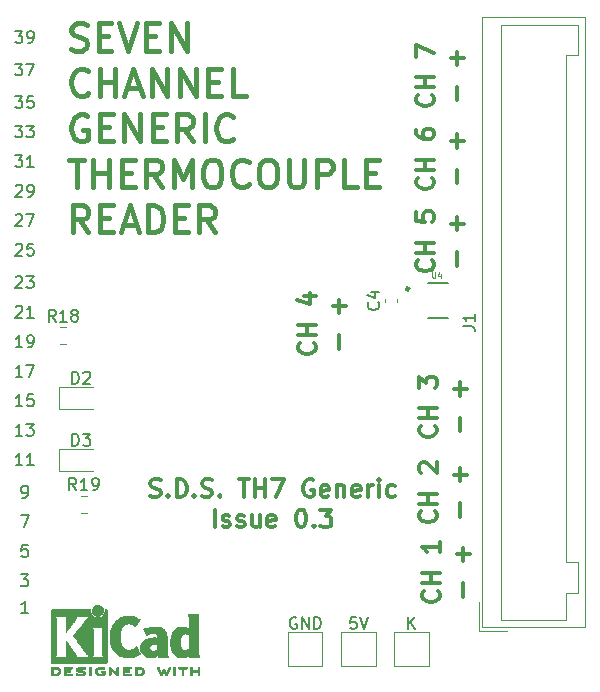
<source format=gbr>
G04 #@! TF.GenerationSoftware,KiCad,Pcbnew,6.0.0-rc1-unknown-46fddab~66~ubuntu16.04.1*
G04 #@! TF.CreationDate,2018-09-05T17:59:14+01:00*
G04 #@! TF.ProjectId,test,746573742E6B696361645F7063620000,rev?*
G04 #@! TF.SameCoordinates,Original*
G04 #@! TF.FileFunction,Legend,Top*
G04 #@! TF.FilePolarity,Positive*
%FSLAX46Y46*%
G04 Gerber Fmt 4.6, Leading zero omitted, Abs format (unit mm)*
G04 Created by KiCad (PCBNEW 6.0.0-rc1-unknown-46fddab~66~ubuntu16.04.1) date Wed Sep  5 17:59:14 2018*
%MOMM*%
%LPD*%
G01*
G04 APERTURE LIST*
%ADD10C,0.400000*%
%ADD11C,0.150000*%
%ADD12C,0.300000*%
%ADD13C,0.120000*%
%ADD14C,0.127000*%
%ADD15C,0.010000*%
%ADD16C,0.050000*%
G04 APERTURE END LIST*
D10*
X148948095Y-54980952D02*
X149276666Y-55090476D01*
X149824285Y-55090476D01*
X150043333Y-54980952D01*
X150152857Y-54871428D01*
X150262380Y-54652380D01*
X150262380Y-54433333D01*
X150152857Y-54214285D01*
X150043333Y-54104761D01*
X149824285Y-53995238D01*
X149386190Y-53885714D01*
X149167142Y-53776190D01*
X149057619Y-53666666D01*
X148948095Y-53447619D01*
X148948095Y-53228571D01*
X149057619Y-53009523D01*
X149167142Y-52900000D01*
X149386190Y-52790476D01*
X149933809Y-52790476D01*
X150262380Y-52900000D01*
X151248095Y-53885714D02*
X152014761Y-53885714D01*
X152343333Y-55090476D02*
X151248095Y-55090476D01*
X151248095Y-52790476D01*
X152343333Y-52790476D01*
X153000476Y-52790476D02*
X153767142Y-55090476D01*
X154533809Y-52790476D01*
X155300476Y-53885714D02*
X156067142Y-53885714D01*
X156395714Y-55090476D02*
X155300476Y-55090476D01*
X155300476Y-52790476D01*
X156395714Y-52790476D01*
X157381428Y-55090476D02*
X157381428Y-52790476D01*
X158695714Y-55090476D01*
X158695714Y-52790476D01*
X150371904Y-58721428D02*
X150262380Y-58830952D01*
X149933809Y-58940476D01*
X149714761Y-58940476D01*
X149386190Y-58830952D01*
X149167142Y-58611904D01*
X149057619Y-58392857D01*
X148948095Y-57954761D01*
X148948095Y-57626190D01*
X149057619Y-57188095D01*
X149167142Y-56969047D01*
X149386190Y-56750000D01*
X149714761Y-56640476D01*
X149933809Y-56640476D01*
X150262380Y-56750000D01*
X150371904Y-56859523D01*
X151357619Y-58940476D02*
X151357619Y-56640476D01*
X151357619Y-57735714D02*
X152671904Y-57735714D01*
X152671904Y-58940476D02*
X152671904Y-56640476D01*
X153657619Y-58283333D02*
X154752857Y-58283333D01*
X153438571Y-58940476D02*
X154205238Y-56640476D01*
X154971904Y-58940476D01*
X155738571Y-58940476D02*
X155738571Y-56640476D01*
X157052857Y-58940476D01*
X157052857Y-56640476D01*
X158148095Y-58940476D02*
X158148095Y-56640476D01*
X159462380Y-58940476D01*
X159462380Y-56640476D01*
X160557619Y-57735714D02*
X161324285Y-57735714D01*
X161652857Y-58940476D02*
X160557619Y-58940476D01*
X160557619Y-56640476D01*
X161652857Y-56640476D01*
X163733809Y-58940476D02*
X162638571Y-58940476D01*
X162638571Y-56640476D01*
X150262380Y-60600000D02*
X150043333Y-60490476D01*
X149714761Y-60490476D01*
X149386190Y-60600000D01*
X149167142Y-60819047D01*
X149057619Y-61038095D01*
X148948095Y-61476190D01*
X148948095Y-61804761D01*
X149057619Y-62242857D01*
X149167142Y-62461904D01*
X149386190Y-62680952D01*
X149714761Y-62790476D01*
X149933809Y-62790476D01*
X150262380Y-62680952D01*
X150371904Y-62571428D01*
X150371904Y-61804761D01*
X149933809Y-61804761D01*
X151357619Y-61585714D02*
X152124285Y-61585714D01*
X152452857Y-62790476D02*
X151357619Y-62790476D01*
X151357619Y-60490476D01*
X152452857Y-60490476D01*
X153438571Y-62790476D02*
X153438571Y-60490476D01*
X154752857Y-62790476D01*
X154752857Y-60490476D01*
X155848095Y-61585714D02*
X156614761Y-61585714D01*
X156943333Y-62790476D02*
X155848095Y-62790476D01*
X155848095Y-60490476D01*
X156943333Y-60490476D01*
X159243333Y-62790476D02*
X158476666Y-61695238D01*
X157929047Y-62790476D02*
X157929047Y-60490476D01*
X158805238Y-60490476D01*
X159024285Y-60600000D01*
X159133809Y-60709523D01*
X159243333Y-60928571D01*
X159243333Y-61257142D01*
X159133809Y-61476190D01*
X159024285Y-61585714D01*
X158805238Y-61695238D01*
X157929047Y-61695238D01*
X160229047Y-62790476D02*
X160229047Y-60490476D01*
X162638571Y-62571428D02*
X162529047Y-62680952D01*
X162200476Y-62790476D01*
X161981428Y-62790476D01*
X161652857Y-62680952D01*
X161433809Y-62461904D01*
X161324285Y-62242857D01*
X161214761Y-61804761D01*
X161214761Y-61476190D01*
X161324285Y-61038095D01*
X161433809Y-60819047D01*
X161652857Y-60600000D01*
X161981428Y-60490476D01*
X162200476Y-60490476D01*
X162529047Y-60600000D01*
X162638571Y-60709523D01*
X148729047Y-64340476D02*
X150043333Y-64340476D01*
X149386190Y-66640476D02*
X149386190Y-64340476D01*
X150810000Y-66640476D02*
X150810000Y-64340476D01*
X150810000Y-65435714D02*
X152124285Y-65435714D01*
X152124285Y-66640476D02*
X152124285Y-64340476D01*
X153219523Y-65435714D02*
X153986190Y-65435714D01*
X154314761Y-66640476D02*
X153219523Y-66640476D01*
X153219523Y-64340476D01*
X154314761Y-64340476D01*
X156614761Y-66640476D02*
X155848095Y-65545238D01*
X155300476Y-66640476D02*
X155300476Y-64340476D01*
X156176666Y-64340476D01*
X156395714Y-64450000D01*
X156505238Y-64559523D01*
X156614761Y-64778571D01*
X156614761Y-65107142D01*
X156505238Y-65326190D01*
X156395714Y-65435714D01*
X156176666Y-65545238D01*
X155300476Y-65545238D01*
X157600476Y-66640476D02*
X157600476Y-64340476D01*
X158367142Y-65983333D01*
X159133809Y-64340476D01*
X159133809Y-66640476D01*
X160667142Y-64340476D02*
X161105238Y-64340476D01*
X161324285Y-64450000D01*
X161543333Y-64669047D01*
X161652857Y-65107142D01*
X161652857Y-65873809D01*
X161543333Y-66311904D01*
X161324285Y-66530952D01*
X161105238Y-66640476D01*
X160667142Y-66640476D01*
X160448095Y-66530952D01*
X160229047Y-66311904D01*
X160119523Y-65873809D01*
X160119523Y-65107142D01*
X160229047Y-64669047D01*
X160448095Y-64450000D01*
X160667142Y-64340476D01*
X163952857Y-66421428D02*
X163843333Y-66530952D01*
X163514761Y-66640476D01*
X163295714Y-66640476D01*
X162967142Y-66530952D01*
X162748095Y-66311904D01*
X162638571Y-66092857D01*
X162529047Y-65654761D01*
X162529047Y-65326190D01*
X162638571Y-64888095D01*
X162748095Y-64669047D01*
X162967142Y-64450000D01*
X163295714Y-64340476D01*
X163514761Y-64340476D01*
X163843333Y-64450000D01*
X163952857Y-64559523D01*
X165376666Y-64340476D02*
X165814761Y-64340476D01*
X166033809Y-64450000D01*
X166252857Y-64669047D01*
X166362380Y-65107142D01*
X166362380Y-65873809D01*
X166252857Y-66311904D01*
X166033809Y-66530952D01*
X165814761Y-66640476D01*
X165376666Y-66640476D01*
X165157619Y-66530952D01*
X164938571Y-66311904D01*
X164829047Y-65873809D01*
X164829047Y-65107142D01*
X164938571Y-64669047D01*
X165157619Y-64450000D01*
X165376666Y-64340476D01*
X167348095Y-64340476D02*
X167348095Y-66202380D01*
X167457619Y-66421428D01*
X167567142Y-66530952D01*
X167786190Y-66640476D01*
X168224285Y-66640476D01*
X168443333Y-66530952D01*
X168552857Y-66421428D01*
X168662380Y-66202380D01*
X168662380Y-64340476D01*
X169757619Y-66640476D02*
X169757619Y-64340476D01*
X170633809Y-64340476D01*
X170852857Y-64450000D01*
X170962380Y-64559523D01*
X171071904Y-64778571D01*
X171071904Y-65107142D01*
X170962380Y-65326190D01*
X170852857Y-65435714D01*
X170633809Y-65545238D01*
X169757619Y-65545238D01*
X173152857Y-66640476D02*
X172057619Y-66640476D01*
X172057619Y-64340476D01*
X173919523Y-65435714D02*
X174686190Y-65435714D01*
X175014761Y-66640476D02*
X173919523Y-66640476D01*
X173919523Y-64340476D01*
X175014761Y-64340476D01*
X150371904Y-70490476D02*
X149605238Y-69395238D01*
X149057619Y-70490476D02*
X149057619Y-68190476D01*
X149933809Y-68190476D01*
X150152857Y-68300000D01*
X150262380Y-68409523D01*
X150371904Y-68628571D01*
X150371904Y-68957142D01*
X150262380Y-69176190D01*
X150152857Y-69285714D01*
X149933809Y-69395238D01*
X149057619Y-69395238D01*
X151357619Y-69285714D02*
X152124285Y-69285714D01*
X152452857Y-70490476D02*
X151357619Y-70490476D01*
X151357619Y-68190476D01*
X152452857Y-68190476D01*
X153329047Y-69833333D02*
X154424285Y-69833333D01*
X153110000Y-70490476D02*
X153876666Y-68190476D01*
X154643333Y-70490476D01*
X155410000Y-70490476D02*
X155410000Y-68190476D01*
X155957619Y-68190476D01*
X156286190Y-68300000D01*
X156505238Y-68519047D01*
X156614761Y-68738095D01*
X156724285Y-69176190D01*
X156724285Y-69504761D01*
X156614761Y-69942857D01*
X156505238Y-70161904D01*
X156286190Y-70380952D01*
X155957619Y-70490476D01*
X155410000Y-70490476D01*
X157710000Y-69285714D02*
X158476666Y-69285714D01*
X158805238Y-70490476D02*
X157710000Y-70490476D01*
X157710000Y-68190476D01*
X158805238Y-68190476D01*
X161105238Y-70490476D02*
X160338571Y-69395238D01*
X159790952Y-70490476D02*
X159790952Y-68190476D01*
X160667142Y-68190476D01*
X160886190Y-68300000D01*
X160995714Y-68409523D01*
X161105238Y-68628571D01*
X161105238Y-68957142D01*
X160995714Y-69176190D01*
X160886190Y-69285714D01*
X160667142Y-69395238D01*
X159790952Y-69395238D01*
D11*
X144190476Y-53452380D02*
X144809523Y-53452380D01*
X144476190Y-53833333D01*
X144619047Y-53833333D01*
X144714285Y-53880952D01*
X144761904Y-53928571D01*
X144809523Y-54023809D01*
X144809523Y-54261904D01*
X144761904Y-54357142D01*
X144714285Y-54404761D01*
X144619047Y-54452380D01*
X144333333Y-54452380D01*
X144238095Y-54404761D01*
X144190476Y-54357142D01*
X145285714Y-54452380D02*
X145476190Y-54452380D01*
X145571428Y-54404761D01*
X145619047Y-54357142D01*
X145714285Y-54214285D01*
X145761904Y-54023809D01*
X145761904Y-53642857D01*
X145714285Y-53547619D01*
X145666666Y-53500000D01*
X145571428Y-53452380D01*
X145380952Y-53452380D01*
X145285714Y-53500000D01*
X145238095Y-53547619D01*
X145190476Y-53642857D01*
X145190476Y-53880952D01*
X145238095Y-53976190D01*
X145285714Y-54023809D01*
X145380952Y-54071428D01*
X145571428Y-54071428D01*
X145666666Y-54023809D01*
X145714285Y-53976190D01*
X145761904Y-53880952D01*
X144190476Y-56202380D02*
X144809523Y-56202380D01*
X144476190Y-56583333D01*
X144619047Y-56583333D01*
X144714285Y-56630952D01*
X144761904Y-56678571D01*
X144809523Y-56773809D01*
X144809523Y-57011904D01*
X144761904Y-57107142D01*
X144714285Y-57154761D01*
X144619047Y-57202380D01*
X144333333Y-57202380D01*
X144238095Y-57154761D01*
X144190476Y-57107142D01*
X145142857Y-56202380D02*
X145809523Y-56202380D01*
X145380952Y-57202380D01*
X144190476Y-58952380D02*
X144809523Y-58952380D01*
X144476190Y-59333333D01*
X144619047Y-59333333D01*
X144714285Y-59380952D01*
X144761904Y-59428571D01*
X144809523Y-59523809D01*
X144809523Y-59761904D01*
X144761904Y-59857142D01*
X144714285Y-59904761D01*
X144619047Y-59952380D01*
X144333333Y-59952380D01*
X144238095Y-59904761D01*
X144190476Y-59857142D01*
X145714285Y-58952380D02*
X145238095Y-58952380D01*
X145190476Y-59428571D01*
X145238095Y-59380952D01*
X145333333Y-59333333D01*
X145571428Y-59333333D01*
X145666666Y-59380952D01*
X145714285Y-59428571D01*
X145761904Y-59523809D01*
X145761904Y-59761904D01*
X145714285Y-59857142D01*
X145666666Y-59904761D01*
X145571428Y-59952380D01*
X145333333Y-59952380D01*
X145238095Y-59904761D01*
X145190476Y-59857142D01*
X144190476Y-61452380D02*
X144809523Y-61452380D01*
X144476190Y-61833333D01*
X144619047Y-61833333D01*
X144714285Y-61880952D01*
X144761904Y-61928571D01*
X144809523Y-62023809D01*
X144809523Y-62261904D01*
X144761904Y-62357142D01*
X144714285Y-62404761D01*
X144619047Y-62452380D01*
X144333333Y-62452380D01*
X144238095Y-62404761D01*
X144190476Y-62357142D01*
X145142857Y-61452380D02*
X145761904Y-61452380D01*
X145428571Y-61833333D01*
X145571428Y-61833333D01*
X145666666Y-61880952D01*
X145714285Y-61928571D01*
X145761904Y-62023809D01*
X145761904Y-62261904D01*
X145714285Y-62357142D01*
X145666666Y-62404761D01*
X145571428Y-62452380D01*
X145285714Y-62452380D01*
X145190476Y-62404761D01*
X145142857Y-62357142D01*
X144190476Y-63952380D02*
X144809523Y-63952380D01*
X144476190Y-64333333D01*
X144619047Y-64333333D01*
X144714285Y-64380952D01*
X144761904Y-64428571D01*
X144809523Y-64523809D01*
X144809523Y-64761904D01*
X144761904Y-64857142D01*
X144714285Y-64904761D01*
X144619047Y-64952380D01*
X144333333Y-64952380D01*
X144238095Y-64904761D01*
X144190476Y-64857142D01*
X145761904Y-64952380D02*
X145190476Y-64952380D01*
X145476190Y-64952380D02*
X145476190Y-63952380D01*
X145380952Y-64095238D01*
X145285714Y-64190476D01*
X145190476Y-64238095D01*
X144238095Y-66547619D02*
X144285714Y-66500000D01*
X144380952Y-66452380D01*
X144619047Y-66452380D01*
X144714285Y-66500000D01*
X144761904Y-66547619D01*
X144809523Y-66642857D01*
X144809523Y-66738095D01*
X144761904Y-66880952D01*
X144190476Y-67452380D01*
X144809523Y-67452380D01*
X145285714Y-67452380D02*
X145476190Y-67452380D01*
X145571428Y-67404761D01*
X145619047Y-67357142D01*
X145714285Y-67214285D01*
X145761904Y-67023809D01*
X145761904Y-66642857D01*
X145714285Y-66547619D01*
X145666666Y-66500000D01*
X145571428Y-66452380D01*
X145380952Y-66452380D01*
X145285714Y-66500000D01*
X145238095Y-66547619D01*
X145190476Y-66642857D01*
X145190476Y-66880952D01*
X145238095Y-66976190D01*
X145285714Y-67023809D01*
X145380952Y-67071428D01*
X145571428Y-67071428D01*
X145666666Y-67023809D01*
X145714285Y-66976190D01*
X145761904Y-66880952D01*
X144238095Y-69047619D02*
X144285714Y-69000000D01*
X144380952Y-68952380D01*
X144619047Y-68952380D01*
X144714285Y-69000000D01*
X144761904Y-69047619D01*
X144809523Y-69142857D01*
X144809523Y-69238095D01*
X144761904Y-69380952D01*
X144190476Y-69952380D01*
X144809523Y-69952380D01*
X145142857Y-68952380D02*
X145809523Y-68952380D01*
X145380952Y-69952380D01*
X144238095Y-71547619D02*
X144285714Y-71500000D01*
X144380952Y-71452380D01*
X144619047Y-71452380D01*
X144714285Y-71500000D01*
X144761904Y-71547619D01*
X144809523Y-71642857D01*
X144809523Y-71738095D01*
X144761904Y-71880952D01*
X144190476Y-72452380D01*
X144809523Y-72452380D01*
X145714285Y-71452380D02*
X145238095Y-71452380D01*
X145190476Y-71928571D01*
X145238095Y-71880952D01*
X145333333Y-71833333D01*
X145571428Y-71833333D01*
X145666666Y-71880952D01*
X145714285Y-71928571D01*
X145761904Y-72023809D01*
X145761904Y-72261904D01*
X145714285Y-72357142D01*
X145666666Y-72404761D01*
X145571428Y-72452380D01*
X145333333Y-72452380D01*
X145238095Y-72404761D01*
X145190476Y-72357142D01*
X144238095Y-74297619D02*
X144285714Y-74250000D01*
X144380952Y-74202380D01*
X144619047Y-74202380D01*
X144714285Y-74250000D01*
X144761904Y-74297619D01*
X144809523Y-74392857D01*
X144809523Y-74488095D01*
X144761904Y-74630952D01*
X144190476Y-75202380D01*
X144809523Y-75202380D01*
X145142857Y-74202380D02*
X145761904Y-74202380D01*
X145428571Y-74583333D01*
X145571428Y-74583333D01*
X145666666Y-74630952D01*
X145714285Y-74678571D01*
X145761904Y-74773809D01*
X145761904Y-75011904D01*
X145714285Y-75107142D01*
X145666666Y-75154761D01*
X145571428Y-75202380D01*
X145285714Y-75202380D01*
X145190476Y-75154761D01*
X145142857Y-75107142D01*
X144238095Y-76797619D02*
X144285714Y-76750000D01*
X144380952Y-76702380D01*
X144619047Y-76702380D01*
X144714285Y-76750000D01*
X144761904Y-76797619D01*
X144809523Y-76892857D01*
X144809523Y-76988095D01*
X144761904Y-77130952D01*
X144190476Y-77702380D01*
X144809523Y-77702380D01*
X145761904Y-77702380D02*
X145190476Y-77702380D01*
X145476190Y-77702380D02*
X145476190Y-76702380D01*
X145380952Y-76845238D01*
X145285714Y-76940476D01*
X145190476Y-76988095D01*
X144809523Y-80202380D02*
X144238095Y-80202380D01*
X144523809Y-80202380D02*
X144523809Y-79202380D01*
X144428571Y-79345238D01*
X144333333Y-79440476D01*
X144238095Y-79488095D01*
X145285714Y-80202380D02*
X145476190Y-80202380D01*
X145571428Y-80154761D01*
X145619047Y-80107142D01*
X145714285Y-79964285D01*
X145761904Y-79773809D01*
X145761904Y-79392857D01*
X145714285Y-79297619D01*
X145666666Y-79250000D01*
X145571428Y-79202380D01*
X145380952Y-79202380D01*
X145285714Y-79250000D01*
X145238095Y-79297619D01*
X145190476Y-79392857D01*
X145190476Y-79630952D01*
X145238095Y-79726190D01*
X145285714Y-79773809D01*
X145380952Y-79821428D01*
X145571428Y-79821428D01*
X145666666Y-79773809D01*
X145714285Y-79726190D01*
X145761904Y-79630952D01*
X144809523Y-82702380D02*
X144238095Y-82702380D01*
X144523809Y-82702380D02*
X144523809Y-81702380D01*
X144428571Y-81845238D01*
X144333333Y-81940476D01*
X144238095Y-81988095D01*
X145142857Y-81702380D02*
X145809523Y-81702380D01*
X145380952Y-82702380D01*
X144809523Y-85202380D02*
X144238095Y-85202380D01*
X144523809Y-85202380D02*
X144523809Y-84202380D01*
X144428571Y-84345238D01*
X144333333Y-84440476D01*
X144238095Y-84488095D01*
X145714285Y-84202380D02*
X145238095Y-84202380D01*
X145190476Y-84678571D01*
X145238095Y-84630952D01*
X145333333Y-84583333D01*
X145571428Y-84583333D01*
X145666666Y-84630952D01*
X145714285Y-84678571D01*
X145761904Y-84773809D01*
X145761904Y-85011904D01*
X145714285Y-85107142D01*
X145666666Y-85154761D01*
X145571428Y-85202380D01*
X145333333Y-85202380D01*
X145238095Y-85154761D01*
X145190476Y-85107142D01*
X144809523Y-87702380D02*
X144238095Y-87702380D01*
X144523809Y-87702380D02*
X144523809Y-86702380D01*
X144428571Y-86845238D01*
X144333333Y-86940476D01*
X144238095Y-86988095D01*
X145142857Y-86702380D02*
X145761904Y-86702380D01*
X145428571Y-87083333D01*
X145571428Y-87083333D01*
X145666666Y-87130952D01*
X145714285Y-87178571D01*
X145761904Y-87273809D01*
X145761904Y-87511904D01*
X145714285Y-87607142D01*
X145666666Y-87654761D01*
X145571428Y-87702380D01*
X145285714Y-87702380D01*
X145190476Y-87654761D01*
X145142857Y-87607142D01*
X144809523Y-90202380D02*
X144238095Y-90202380D01*
X144523809Y-90202380D02*
X144523809Y-89202380D01*
X144428571Y-89345238D01*
X144333333Y-89440476D01*
X144238095Y-89488095D01*
X145761904Y-90202380D02*
X145190476Y-90202380D01*
X145476190Y-90202380D02*
X145476190Y-89202380D01*
X145380952Y-89345238D01*
X145285714Y-89440476D01*
X145190476Y-89488095D01*
X144809523Y-92952380D02*
X145000000Y-92952380D01*
X145095238Y-92904761D01*
X145142857Y-92857142D01*
X145238095Y-92714285D01*
X145285714Y-92523809D01*
X145285714Y-92142857D01*
X145238095Y-92047619D01*
X145190476Y-92000000D01*
X145095238Y-91952380D01*
X144904761Y-91952380D01*
X144809523Y-92000000D01*
X144761904Y-92047619D01*
X144714285Y-92142857D01*
X144714285Y-92380952D01*
X144761904Y-92476190D01*
X144809523Y-92523809D01*
X144904761Y-92571428D01*
X145095238Y-92571428D01*
X145190476Y-92523809D01*
X145238095Y-92476190D01*
X145285714Y-92380952D01*
X144666666Y-94452380D02*
X145333333Y-94452380D01*
X144904761Y-95452380D01*
X145238095Y-96952380D02*
X144761904Y-96952380D01*
X144714285Y-97428571D01*
X144761904Y-97380952D01*
X144857142Y-97333333D01*
X145095238Y-97333333D01*
X145190476Y-97380952D01*
X145238095Y-97428571D01*
X145285714Y-97523809D01*
X145285714Y-97761904D01*
X145238095Y-97857142D01*
X145190476Y-97904761D01*
X145095238Y-97952380D01*
X144857142Y-97952380D01*
X144761904Y-97904761D01*
X144714285Y-97857142D01*
X144666666Y-99452380D02*
X145285714Y-99452380D01*
X144952380Y-99833333D01*
X145095238Y-99833333D01*
X145190476Y-99880952D01*
X145238095Y-99928571D01*
X145285714Y-100023809D01*
X145285714Y-100261904D01*
X145238095Y-100357142D01*
X145190476Y-100404761D01*
X145095238Y-100452380D01*
X144809523Y-100452380D01*
X144714285Y-100404761D01*
X144666666Y-100357142D01*
X145285714Y-102702380D02*
X144714285Y-102702380D01*
X145000000Y-102702380D02*
X145000000Y-101702380D01*
X144904761Y-101845238D01*
X144809523Y-101940476D01*
X144714285Y-101988095D01*
D12*
X179510714Y-58857142D02*
X179582142Y-58928571D01*
X179653571Y-59142857D01*
X179653571Y-59285714D01*
X179582142Y-59500000D01*
X179439285Y-59642857D01*
X179296428Y-59714285D01*
X179010714Y-59785714D01*
X178796428Y-59785714D01*
X178510714Y-59714285D01*
X178367857Y-59642857D01*
X178225000Y-59500000D01*
X178153571Y-59285714D01*
X178153571Y-59142857D01*
X178225000Y-58928571D01*
X178296428Y-58857142D01*
X179653571Y-58214285D02*
X178153571Y-58214285D01*
X178867857Y-58214285D02*
X178867857Y-57357142D01*
X179653571Y-57357142D02*
X178153571Y-57357142D01*
X178153571Y-55642857D02*
X178153571Y-54642857D01*
X179653571Y-55285714D01*
X181632142Y-59321428D02*
X181632142Y-58178571D01*
X181632142Y-56321428D02*
X181632142Y-55178571D01*
X182203571Y-55750000D02*
X181060714Y-55750000D01*
X179510714Y-65857142D02*
X179582142Y-65928571D01*
X179653571Y-66142857D01*
X179653571Y-66285714D01*
X179582142Y-66500000D01*
X179439285Y-66642857D01*
X179296428Y-66714285D01*
X179010714Y-66785714D01*
X178796428Y-66785714D01*
X178510714Y-66714285D01*
X178367857Y-66642857D01*
X178225000Y-66500000D01*
X178153571Y-66285714D01*
X178153571Y-66142857D01*
X178225000Y-65928571D01*
X178296428Y-65857142D01*
X179653571Y-65214285D02*
X178153571Y-65214285D01*
X178867857Y-65214285D02*
X178867857Y-64357142D01*
X179653571Y-64357142D02*
X178153571Y-64357142D01*
X178153571Y-61857142D02*
X178153571Y-62142857D01*
X178225000Y-62285714D01*
X178296428Y-62357142D01*
X178510714Y-62500000D01*
X178796428Y-62571428D01*
X179367857Y-62571428D01*
X179510714Y-62500000D01*
X179582142Y-62428571D01*
X179653571Y-62285714D01*
X179653571Y-62000000D01*
X179582142Y-61857142D01*
X179510714Y-61785714D01*
X179367857Y-61714285D01*
X179010714Y-61714285D01*
X178867857Y-61785714D01*
X178796428Y-61857142D01*
X178725000Y-62000000D01*
X178725000Y-62285714D01*
X178796428Y-62428571D01*
X178867857Y-62500000D01*
X179010714Y-62571428D01*
X181632142Y-66321428D02*
X181632142Y-65178571D01*
X181632142Y-63321428D02*
X181632142Y-62178571D01*
X182203571Y-62750000D02*
X181060714Y-62750000D01*
X179510714Y-72857142D02*
X179582142Y-72928571D01*
X179653571Y-73142857D01*
X179653571Y-73285714D01*
X179582142Y-73500000D01*
X179439285Y-73642857D01*
X179296428Y-73714285D01*
X179010714Y-73785714D01*
X178796428Y-73785714D01*
X178510714Y-73714285D01*
X178367857Y-73642857D01*
X178225000Y-73500000D01*
X178153571Y-73285714D01*
X178153571Y-73142857D01*
X178225000Y-72928571D01*
X178296428Y-72857142D01*
X179653571Y-72214285D02*
X178153571Y-72214285D01*
X178867857Y-72214285D02*
X178867857Y-71357142D01*
X179653571Y-71357142D02*
X178153571Y-71357142D01*
X178153571Y-68785714D02*
X178153571Y-69500000D01*
X178867857Y-69571428D01*
X178796428Y-69500000D01*
X178725000Y-69357142D01*
X178725000Y-69000000D01*
X178796428Y-68857142D01*
X178867857Y-68785714D01*
X179010714Y-68714285D01*
X179367857Y-68714285D01*
X179510714Y-68785714D01*
X179582142Y-68857142D01*
X179653571Y-69000000D01*
X179653571Y-69357142D01*
X179582142Y-69500000D01*
X179510714Y-69571428D01*
X181632142Y-73321428D02*
X181632142Y-72178571D01*
X181632142Y-70321428D02*
X181632142Y-69178571D01*
X182203571Y-69750000D02*
X181060714Y-69750000D01*
X169510714Y-79857142D02*
X169582142Y-79928571D01*
X169653571Y-80142857D01*
X169653571Y-80285714D01*
X169582142Y-80500000D01*
X169439285Y-80642857D01*
X169296428Y-80714285D01*
X169010714Y-80785714D01*
X168796428Y-80785714D01*
X168510714Y-80714285D01*
X168367857Y-80642857D01*
X168225000Y-80500000D01*
X168153571Y-80285714D01*
X168153571Y-80142857D01*
X168225000Y-79928571D01*
X168296428Y-79857142D01*
X169653571Y-79214285D02*
X168153571Y-79214285D01*
X168867857Y-79214285D02*
X168867857Y-78357142D01*
X169653571Y-78357142D02*
X168153571Y-78357142D01*
X168653571Y-75857142D02*
X169653571Y-75857142D01*
X168082142Y-76214285D02*
X169153571Y-76571428D01*
X169153571Y-75642857D01*
X171632142Y-80321428D02*
X171632142Y-79178571D01*
X171632142Y-77321428D02*
X171632142Y-76178571D01*
X172203571Y-76750000D02*
X171060714Y-76750000D01*
X179760714Y-86857142D02*
X179832142Y-86928571D01*
X179903571Y-87142857D01*
X179903571Y-87285714D01*
X179832142Y-87500000D01*
X179689285Y-87642857D01*
X179546428Y-87714285D01*
X179260714Y-87785714D01*
X179046428Y-87785714D01*
X178760714Y-87714285D01*
X178617857Y-87642857D01*
X178475000Y-87500000D01*
X178403571Y-87285714D01*
X178403571Y-87142857D01*
X178475000Y-86928571D01*
X178546428Y-86857142D01*
X179903571Y-86214285D02*
X178403571Y-86214285D01*
X179117857Y-86214285D02*
X179117857Y-85357142D01*
X179903571Y-85357142D02*
X178403571Y-85357142D01*
X178403571Y-83642857D02*
X178403571Y-82714285D01*
X178975000Y-83214285D01*
X178975000Y-83000000D01*
X179046428Y-82857142D01*
X179117857Y-82785714D01*
X179260714Y-82714285D01*
X179617857Y-82714285D01*
X179760714Y-82785714D01*
X179832142Y-82857142D01*
X179903571Y-83000000D01*
X179903571Y-83428571D01*
X179832142Y-83571428D01*
X179760714Y-83642857D01*
X181882142Y-87321428D02*
X181882142Y-86178571D01*
X181882142Y-84321428D02*
X181882142Y-83178571D01*
X182453571Y-83750000D02*
X181310714Y-83750000D01*
X179760714Y-94107142D02*
X179832142Y-94178571D01*
X179903571Y-94392857D01*
X179903571Y-94535714D01*
X179832142Y-94750000D01*
X179689285Y-94892857D01*
X179546428Y-94964285D01*
X179260714Y-95035714D01*
X179046428Y-95035714D01*
X178760714Y-94964285D01*
X178617857Y-94892857D01*
X178475000Y-94750000D01*
X178403571Y-94535714D01*
X178403571Y-94392857D01*
X178475000Y-94178571D01*
X178546428Y-94107142D01*
X179903571Y-93464285D02*
X178403571Y-93464285D01*
X179117857Y-93464285D02*
X179117857Y-92607142D01*
X179903571Y-92607142D02*
X178403571Y-92607142D01*
X178546428Y-90821428D02*
X178475000Y-90750000D01*
X178403571Y-90607142D01*
X178403571Y-90250000D01*
X178475000Y-90107142D01*
X178546428Y-90035714D01*
X178689285Y-89964285D01*
X178832142Y-89964285D01*
X179046428Y-90035714D01*
X179903571Y-90892857D01*
X179903571Y-89964285D01*
X181882142Y-94571428D02*
X181882142Y-93428571D01*
X181882142Y-91571428D02*
X181882142Y-90428571D01*
X182453571Y-91000000D02*
X181310714Y-91000000D01*
X180010714Y-100857142D02*
X180082142Y-100928571D01*
X180153571Y-101142857D01*
X180153571Y-101285714D01*
X180082142Y-101500000D01*
X179939285Y-101642857D01*
X179796428Y-101714285D01*
X179510714Y-101785714D01*
X179296428Y-101785714D01*
X179010714Y-101714285D01*
X178867857Y-101642857D01*
X178725000Y-101500000D01*
X178653571Y-101285714D01*
X178653571Y-101142857D01*
X178725000Y-100928571D01*
X178796428Y-100857142D01*
X180153571Y-100214285D02*
X178653571Y-100214285D01*
X179367857Y-100214285D02*
X179367857Y-99357142D01*
X180153571Y-99357142D02*
X178653571Y-99357142D01*
X180153571Y-96714285D02*
X180153571Y-97571428D01*
X180153571Y-97142857D02*
X178653571Y-97142857D01*
X178867857Y-97285714D01*
X179010714Y-97428571D01*
X179082142Y-97571428D01*
X182132142Y-101321428D02*
X182132142Y-100178571D01*
X182132142Y-98321428D02*
X182132142Y-97178571D01*
X182703571Y-97750000D02*
X181560714Y-97750000D01*
X155642857Y-92832142D02*
X155857142Y-92903571D01*
X156214285Y-92903571D01*
X156357142Y-92832142D01*
X156428571Y-92760714D01*
X156500000Y-92617857D01*
X156500000Y-92475000D01*
X156428571Y-92332142D01*
X156357142Y-92260714D01*
X156214285Y-92189285D01*
X155928571Y-92117857D01*
X155785714Y-92046428D01*
X155714285Y-91975000D01*
X155642857Y-91832142D01*
X155642857Y-91689285D01*
X155714285Y-91546428D01*
X155785714Y-91475000D01*
X155928571Y-91403571D01*
X156285714Y-91403571D01*
X156500000Y-91475000D01*
X157142857Y-92760714D02*
X157214285Y-92832142D01*
X157142857Y-92903571D01*
X157071428Y-92832142D01*
X157142857Y-92760714D01*
X157142857Y-92903571D01*
X157857142Y-92903571D02*
X157857142Y-91403571D01*
X158214285Y-91403571D01*
X158428571Y-91475000D01*
X158571428Y-91617857D01*
X158642857Y-91760714D01*
X158714285Y-92046428D01*
X158714285Y-92260714D01*
X158642857Y-92546428D01*
X158571428Y-92689285D01*
X158428571Y-92832142D01*
X158214285Y-92903571D01*
X157857142Y-92903571D01*
X159357142Y-92760714D02*
X159428571Y-92832142D01*
X159357142Y-92903571D01*
X159285714Y-92832142D01*
X159357142Y-92760714D01*
X159357142Y-92903571D01*
X160000000Y-92832142D02*
X160214285Y-92903571D01*
X160571428Y-92903571D01*
X160714285Y-92832142D01*
X160785714Y-92760714D01*
X160857142Y-92617857D01*
X160857142Y-92475000D01*
X160785714Y-92332142D01*
X160714285Y-92260714D01*
X160571428Y-92189285D01*
X160285714Y-92117857D01*
X160142857Y-92046428D01*
X160071428Y-91975000D01*
X160000000Y-91832142D01*
X160000000Y-91689285D01*
X160071428Y-91546428D01*
X160142857Y-91475000D01*
X160285714Y-91403571D01*
X160642857Y-91403571D01*
X160857142Y-91475000D01*
X161500000Y-92760714D02*
X161571428Y-92832142D01*
X161500000Y-92903571D01*
X161428571Y-92832142D01*
X161500000Y-92760714D01*
X161500000Y-92903571D01*
X163142857Y-91403571D02*
X164000000Y-91403571D01*
X163571428Y-92903571D02*
X163571428Y-91403571D01*
X164500000Y-92903571D02*
X164500000Y-91403571D01*
X164500000Y-92117857D02*
X165357142Y-92117857D01*
X165357142Y-92903571D02*
X165357142Y-91403571D01*
X165928571Y-91403571D02*
X166928571Y-91403571D01*
X166285714Y-92903571D01*
X169428571Y-91475000D02*
X169285714Y-91403571D01*
X169071428Y-91403571D01*
X168857142Y-91475000D01*
X168714285Y-91617857D01*
X168642857Y-91760714D01*
X168571428Y-92046428D01*
X168571428Y-92260714D01*
X168642857Y-92546428D01*
X168714285Y-92689285D01*
X168857142Y-92832142D01*
X169071428Y-92903571D01*
X169214285Y-92903571D01*
X169428571Y-92832142D01*
X169500000Y-92760714D01*
X169500000Y-92260714D01*
X169214285Y-92260714D01*
X170714285Y-92832142D02*
X170571428Y-92903571D01*
X170285714Y-92903571D01*
X170142857Y-92832142D01*
X170071428Y-92689285D01*
X170071428Y-92117857D01*
X170142857Y-91975000D01*
X170285714Y-91903571D01*
X170571428Y-91903571D01*
X170714285Y-91975000D01*
X170785714Y-92117857D01*
X170785714Y-92260714D01*
X170071428Y-92403571D01*
X171428571Y-91903571D02*
X171428571Y-92903571D01*
X171428571Y-92046428D02*
X171500000Y-91975000D01*
X171642857Y-91903571D01*
X171857142Y-91903571D01*
X172000000Y-91975000D01*
X172071428Y-92117857D01*
X172071428Y-92903571D01*
X173357142Y-92832142D02*
X173214285Y-92903571D01*
X172928571Y-92903571D01*
X172785714Y-92832142D01*
X172714285Y-92689285D01*
X172714285Y-92117857D01*
X172785714Y-91975000D01*
X172928571Y-91903571D01*
X173214285Y-91903571D01*
X173357142Y-91975000D01*
X173428571Y-92117857D01*
X173428571Y-92260714D01*
X172714285Y-92403571D01*
X174071428Y-92903571D02*
X174071428Y-91903571D01*
X174071428Y-92189285D02*
X174142857Y-92046428D01*
X174214285Y-91975000D01*
X174357142Y-91903571D01*
X174500000Y-91903571D01*
X175000000Y-92903571D02*
X175000000Y-91903571D01*
X175000000Y-91403571D02*
X174928571Y-91475000D01*
X175000000Y-91546428D01*
X175071428Y-91475000D01*
X175000000Y-91403571D01*
X175000000Y-91546428D01*
X176357142Y-92832142D02*
X176214285Y-92903571D01*
X175928571Y-92903571D01*
X175785714Y-92832142D01*
X175714285Y-92760714D01*
X175642857Y-92617857D01*
X175642857Y-92189285D01*
X175714285Y-92046428D01*
X175785714Y-91975000D01*
X175928571Y-91903571D01*
X176214285Y-91903571D01*
X176357142Y-91975000D01*
X161107142Y-95453571D02*
X161107142Y-93953571D01*
X161750000Y-95382142D02*
X161892857Y-95453571D01*
X162178571Y-95453571D01*
X162321428Y-95382142D01*
X162392857Y-95239285D01*
X162392857Y-95167857D01*
X162321428Y-95025000D01*
X162178571Y-94953571D01*
X161964285Y-94953571D01*
X161821428Y-94882142D01*
X161750000Y-94739285D01*
X161750000Y-94667857D01*
X161821428Y-94525000D01*
X161964285Y-94453571D01*
X162178571Y-94453571D01*
X162321428Y-94525000D01*
X162964285Y-95382142D02*
X163107142Y-95453571D01*
X163392857Y-95453571D01*
X163535714Y-95382142D01*
X163607142Y-95239285D01*
X163607142Y-95167857D01*
X163535714Y-95025000D01*
X163392857Y-94953571D01*
X163178571Y-94953571D01*
X163035714Y-94882142D01*
X162964285Y-94739285D01*
X162964285Y-94667857D01*
X163035714Y-94525000D01*
X163178571Y-94453571D01*
X163392857Y-94453571D01*
X163535714Y-94525000D01*
X164892857Y-94453571D02*
X164892857Y-95453571D01*
X164250000Y-94453571D02*
X164250000Y-95239285D01*
X164321428Y-95382142D01*
X164464285Y-95453571D01*
X164678571Y-95453571D01*
X164821428Y-95382142D01*
X164892857Y-95310714D01*
X166178571Y-95382142D02*
X166035714Y-95453571D01*
X165750000Y-95453571D01*
X165607142Y-95382142D01*
X165535714Y-95239285D01*
X165535714Y-94667857D01*
X165607142Y-94525000D01*
X165750000Y-94453571D01*
X166035714Y-94453571D01*
X166178571Y-94525000D01*
X166250000Y-94667857D01*
X166250000Y-94810714D01*
X165535714Y-94953571D01*
X168321428Y-93953571D02*
X168464285Y-93953571D01*
X168607142Y-94025000D01*
X168678571Y-94096428D01*
X168750000Y-94239285D01*
X168821428Y-94525000D01*
X168821428Y-94882142D01*
X168750000Y-95167857D01*
X168678571Y-95310714D01*
X168607142Y-95382142D01*
X168464285Y-95453571D01*
X168321428Y-95453571D01*
X168178571Y-95382142D01*
X168107142Y-95310714D01*
X168035714Y-95167857D01*
X167964285Y-94882142D01*
X167964285Y-94525000D01*
X168035714Y-94239285D01*
X168107142Y-94096428D01*
X168178571Y-94025000D01*
X168321428Y-93953571D01*
X169464285Y-95310714D02*
X169535714Y-95382142D01*
X169464285Y-95453571D01*
X169392857Y-95382142D01*
X169464285Y-95310714D01*
X169464285Y-95453571D01*
X170035714Y-93953571D02*
X170964285Y-93953571D01*
X170464285Y-94525000D01*
X170678571Y-94525000D01*
X170821428Y-94596428D01*
X170892857Y-94667857D01*
X170964285Y-94810714D01*
X170964285Y-95167857D01*
X170892857Y-95310714D01*
X170821428Y-95382142D01*
X170678571Y-95453571D01*
X170250000Y-95453571D01*
X170107142Y-95382142D01*
X170035714Y-95310714D01*
D13*
G04 #@! TO.C,K*
X176300000Y-107200000D02*
X176300000Y-104300000D01*
X179200000Y-107200000D02*
X176300000Y-107200000D01*
X179200000Y-104300000D02*
X179200000Y-107200000D01*
X176300000Y-104300000D02*
X179200000Y-104300000D01*
G04 #@! TO.C,5V*
X171800000Y-104300000D02*
X174700000Y-104300000D01*
X174700000Y-104300000D02*
X174700000Y-107200000D01*
X174700000Y-107200000D02*
X171800000Y-107200000D01*
X171800000Y-107200000D02*
X171800000Y-104300000D01*
G04 #@! TO.C,C4*
X176510000Y-76412779D02*
X176510000Y-76087221D01*
X175490000Y-76412779D02*
X175490000Y-76087221D01*
G04 #@! TO.C,J1*
X183740000Y-103910000D02*
X192460000Y-103910000D01*
X192460000Y-103910000D02*
X192460000Y-52290000D01*
X192460000Y-52290000D02*
X183740000Y-52290000D01*
X183740000Y-52290000D02*
X183740000Y-103910000D01*
X185350000Y-103300000D02*
X190850000Y-103300000D01*
X190850000Y-103300000D02*
X190850000Y-101000000D01*
X190850000Y-101000000D02*
X191850000Y-101000000D01*
X191850000Y-101000000D02*
X191850000Y-98400000D01*
X191850000Y-98400000D02*
X190850000Y-98400000D01*
X190850000Y-98400000D02*
X190850000Y-55500000D01*
X190850000Y-55500000D02*
X191850000Y-55500000D01*
X191850000Y-55500000D02*
X191850000Y-52900000D01*
X191850000Y-52900000D02*
X185350000Y-52900000D01*
X185350000Y-52900000D02*
X185350000Y-103300000D01*
X185850000Y-104210000D02*
X183440000Y-104210000D01*
X183440000Y-104210000D02*
X183440000Y-101800000D01*
D12*
G04 #@! TO.C,U4*
X177511000Y-75258000D02*
G75*
G03X177511000Y-75258000I-100000J0D01*
G01*
D14*
X180850000Y-74750000D02*
X179150000Y-74750000D01*
X179150000Y-77750000D02*
X180850000Y-77750000D01*
D13*
G04 #@! TO.C,GND*
X167300000Y-107200000D02*
X167300000Y-104300000D01*
X170200000Y-107200000D02*
X167300000Y-107200000D01*
X170200000Y-104300000D02*
X170200000Y-107200000D01*
X167300000Y-104300000D02*
X170200000Y-104300000D01*
G04 #@! TO.C,D2*
X150750000Y-83540000D02*
X147890000Y-83540000D01*
X147890000Y-83540000D02*
X147890000Y-85460000D01*
X147890000Y-85460000D02*
X150750000Y-85460000D01*
G04 #@! TO.C,D3*
X147890000Y-90710000D02*
X150750000Y-90710000D01*
X147890000Y-88790000D02*
X147890000Y-90710000D01*
X150750000Y-88790000D02*
X147890000Y-88790000D01*
G04 #@! TO.C,R18*
X147991422Y-79960000D02*
X148508578Y-79960000D01*
X147991422Y-78540000D02*
X148508578Y-78540000D01*
G04 #@! TO.C,R19*
X149741422Y-92790000D02*
X150258578Y-92790000D01*
X149741422Y-94210000D02*
X150258578Y-94210000D01*
D15*
G04 #@! TO.C,REF\002A\002A*
G36*
X151226957Y-102026571D02*
X151323232Y-102050809D01*
X151409816Y-102093641D01*
X151484627Y-102153419D01*
X151545582Y-102228494D01*
X151590601Y-102317220D01*
X151616864Y-102413530D01*
X151622714Y-102510795D01*
X151607860Y-102604654D01*
X151574160Y-102692511D01*
X151523472Y-102771770D01*
X151457655Y-102839836D01*
X151378566Y-102894112D01*
X151288066Y-102932002D01*
X151236800Y-102944426D01*
X151192302Y-102951947D01*
X151158001Y-102954919D01*
X151125040Y-102953094D01*
X151084566Y-102946225D01*
X151051469Y-102939250D01*
X150958053Y-102907741D01*
X150874381Y-102856617D01*
X150802335Y-102787429D01*
X150743800Y-102701728D01*
X150729852Y-102674489D01*
X150713414Y-102638122D01*
X150703106Y-102607582D01*
X150697540Y-102575450D01*
X150695331Y-102534307D01*
X150695052Y-102488222D01*
X150699139Y-102403865D01*
X150712554Y-102334586D01*
X150737744Y-102273961D01*
X150777154Y-102215567D01*
X150815702Y-102171302D01*
X150887594Y-102105484D01*
X150962687Y-102060053D01*
X151045438Y-102032850D01*
X151123072Y-102022576D01*
X151226957Y-102026571D01*
X151226957Y-102026571D01*
G37*
X151226957Y-102026571D02*
X151323232Y-102050809D01*
X151409816Y-102093641D01*
X151484627Y-102153419D01*
X151545582Y-102228494D01*
X151590601Y-102317220D01*
X151616864Y-102413530D01*
X151622714Y-102510795D01*
X151607860Y-102604654D01*
X151574160Y-102692511D01*
X151523472Y-102771770D01*
X151457655Y-102839836D01*
X151378566Y-102894112D01*
X151288066Y-102932002D01*
X151236800Y-102944426D01*
X151192302Y-102951947D01*
X151158001Y-102954919D01*
X151125040Y-102953094D01*
X151084566Y-102946225D01*
X151051469Y-102939250D01*
X150958053Y-102907741D01*
X150874381Y-102856617D01*
X150802335Y-102787429D01*
X150743800Y-102701728D01*
X150729852Y-102674489D01*
X150713414Y-102638122D01*
X150703106Y-102607582D01*
X150697540Y-102575450D01*
X150695331Y-102534307D01*
X150695052Y-102488222D01*
X150699139Y-102403865D01*
X150712554Y-102334586D01*
X150737744Y-102273961D01*
X150777154Y-102215567D01*
X150815702Y-102171302D01*
X150887594Y-102105484D01*
X150962687Y-102060053D01*
X151045438Y-102032850D01*
X151123072Y-102022576D01*
X151226957Y-102026571D01*
G36*
X159686507Y-104472245D02*
X159686526Y-104706662D01*
X159686552Y-104919603D01*
X159686625Y-105112168D01*
X159686782Y-105285459D01*
X159687064Y-105440576D01*
X159687509Y-105578620D01*
X159688156Y-105700692D01*
X159689045Y-105807894D01*
X159690213Y-105901326D01*
X159691701Y-105982090D01*
X159693546Y-106051286D01*
X159695789Y-106110015D01*
X159698469Y-106159379D01*
X159701623Y-106200478D01*
X159705292Y-106234413D01*
X159709513Y-106262286D01*
X159714327Y-106285198D01*
X159719773Y-106304249D01*
X159725888Y-106320540D01*
X159732712Y-106335173D01*
X159740285Y-106349249D01*
X159748645Y-106363868D01*
X159753839Y-106372974D01*
X159788104Y-106433689D01*
X158929955Y-106433689D01*
X158929955Y-106337733D01*
X158929224Y-106294370D01*
X158927272Y-106261205D01*
X158924463Y-106243424D01*
X158923221Y-106241778D01*
X158911799Y-106248662D01*
X158889084Y-106266505D01*
X158866385Y-106285879D01*
X158811800Y-106326614D01*
X158742321Y-106367617D01*
X158665270Y-106405123D01*
X158587965Y-106435364D01*
X158557113Y-106445012D01*
X158488616Y-106459578D01*
X158405764Y-106469539D01*
X158316371Y-106474583D01*
X158228248Y-106474396D01*
X158149207Y-106468666D01*
X158111511Y-106462858D01*
X157973414Y-106424797D01*
X157846113Y-106367073D01*
X157730292Y-106290211D01*
X157626637Y-106194739D01*
X157535833Y-106081179D01*
X157469031Y-105970381D01*
X157414164Y-105853625D01*
X157372163Y-105734276D01*
X157342167Y-105608283D01*
X157323311Y-105471594D01*
X157314732Y-105320158D01*
X157314006Y-105242711D01*
X157316100Y-105185934D01*
X158145217Y-105185934D01*
X158145424Y-105279002D01*
X158148337Y-105366692D01*
X158154000Y-105443772D01*
X158162455Y-105505009D01*
X158165038Y-105517350D01*
X158196840Y-105624633D01*
X158238498Y-105711658D01*
X158290363Y-105778642D01*
X158352781Y-105825805D01*
X158426100Y-105853365D01*
X158510669Y-105861541D01*
X158606835Y-105850551D01*
X158670311Y-105834829D01*
X158719454Y-105816639D01*
X158773583Y-105790791D01*
X158814244Y-105767089D01*
X158884800Y-105720721D01*
X158884800Y-104570530D01*
X158817392Y-104526962D01*
X158738867Y-104486040D01*
X158654681Y-104459389D01*
X158569557Y-104447465D01*
X158488216Y-104450722D01*
X158415380Y-104469615D01*
X158383426Y-104485184D01*
X158325501Y-104528181D01*
X158276544Y-104584953D01*
X158235390Y-104657575D01*
X158200874Y-104748121D01*
X158171833Y-104858666D01*
X158170552Y-104864533D01*
X158160381Y-104926788D01*
X158152739Y-105004594D01*
X158147670Y-105092720D01*
X158145217Y-105185934D01*
X157316100Y-105185934D01*
X157321857Y-105029895D01*
X157343802Y-104834059D01*
X157379786Y-104655332D01*
X157429759Y-104493845D01*
X157493668Y-104349726D01*
X157571462Y-104223106D01*
X157663089Y-104114115D01*
X157768497Y-104022883D01*
X157813662Y-103991932D01*
X157914611Y-103935785D01*
X158017901Y-103896174D01*
X158127989Y-103872014D01*
X158249330Y-103862219D01*
X158341836Y-103863265D01*
X158471490Y-103874231D01*
X158584084Y-103896046D01*
X158682875Y-103929714D01*
X158771121Y-103976236D01*
X158819986Y-104010448D01*
X158849353Y-104032362D01*
X158871043Y-104047333D01*
X158879253Y-104051733D01*
X158880868Y-104040904D01*
X158882159Y-104010251D01*
X158883138Y-103962526D01*
X158883817Y-103900479D01*
X158884210Y-103826862D01*
X158884330Y-103744427D01*
X158884188Y-103655925D01*
X158883797Y-103564107D01*
X158883171Y-103471724D01*
X158882320Y-103381528D01*
X158881260Y-103296271D01*
X158880001Y-103218703D01*
X158878556Y-103151576D01*
X158876938Y-103097641D01*
X158875161Y-103059650D01*
X158874669Y-103052667D01*
X158867092Y-102982251D01*
X158855531Y-102927102D01*
X158837792Y-102879981D01*
X158811682Y-102833647D01*
X158805415Y-102824067D01*
X158780983Y-102787378D01*
X159686311Y-102787378D01*
X159686507Y-104472245D01*
X159686507Y-104472245D01*
G37*
X159686507Y-104472245D02*
X159686526Y-104706662D01*
X159686552Y-104919603D01*
X159686625Y-105112168D01*
X159686782Y-105285459D01*
X159687064Y-105440576D01*
X159687509Y-105578620D01*
X159688156Y-105700692D01*
X159689045Y-105807894D01*
X159690213Y-105901326D01*
X159691701Y-105982090D01*
X159693546Y-106051286D01*
X159695789Y-106110015D01*
X159698469Y-106159379D01*
X159701623Y-106200478D01*
X159705292Y-106234413D01*
X159709513Y-106262286D01*
X159714327Y-106285198D01*
X159719773Y-106304249D01*
X159725888Y-106320540D01*
X159732712Y-106335173D01*
X159740285Y-106349249D01*
X159748645Y-106363868D01*
X159753839Y-106372974D01*
X159788104Y-106433689D01*
X158929955Y-106433689D01*
X158929955Y-106337733D01*
X158929224Y-106294370D01*
X158927272Y-106261205D01*
X158924463Y-106243424D01*
X158923221Y-106241778D01*
X158911799Y-106248662D01*
X158889084Y-106266505D01*
X158866385Y-106285879D01*
X158811800Y-106326614D01*
X158742321Y-106367617D01*
X158665270Y-106405123D01*
X158587965Y-106435364D01*
X158557113Y-106445012D01*
X158488616Y-106459578D01*
X158405764Y-106469539D01*
X158316371Y-106474583D01*
X158228248Y-106474396D01*
X158149207Y-106468666D01*
X158111511Y-106462858D01*
X157973414Y-106424797D01*
X157846113Y-106367073D01*
X157730292Y-106290211D01*
X157626637Y-106194739D01*
X157535833Y-106081179D01*
X157469031Y-105970381D01*
X157414164Y-105853625D01*
X157372163Y-105734276D01*
X157342167Y-105608283D01*
X157323311Y-105471594D01*
X157314732Y-105320158D01*
X157314006Y-105242711D01*
X157316100Y-105185934D01*
X158145217Y-105185934D01*
X158145424Y-105279002D01*
X158148337Y-105366692D01*
X158154000Y-105443772D01*
X158162455Y-105505009D01*
X158165038Y-105517350D01*
X158196840Y-105624633D01*
X158238498Y-105711658D01*
X158290363Y-105778642D01*
X158352781Y-105825805D01*
X158426100Y-105853365D01*
X158510669Y-105861541D01*
X158606835Y-105850551D01*
X158670311Y-105834829D01*
X158719454Y-105816639D01*
X158773583Y-105790791D01*
X158814244Y-105767089D01*
X158884800Y-105720721D01*
X158884800Y-104570530D01*
X158817392Y-104526962D01*
X158738867Y-104486040D01*
X158654681Y-104459389D01*
X158569557Y-104447465D01*
X158488216Y-104450722D01*
X158415380Y-104469615D01*
X158383426Y-104485184D01*
X158325501Y-104528181D01*
X158276544Y-104584953D01*
X158235390Y-104657575D01*
X158200874Y-104748121D01*
X158171833Y-104858666D01*
X158170552Y-104864533D01*
X158160381Y-104926788D01*
X158152739Y-105004594D01*
X158147670Y-105092720D01*
X158145217Y-105185934D01*
X157316100Y-105185934D01*
X157321857Y-105029895D01*
X157343802Y-104834059D01*
X157379786Y-104655332D01*
X157429759Y-104493845D01*
X157493668Y-104349726D01*
X157571462Y-104223106D01*
X157663089Y-104114115D01*
X157768497Y-104022883D01*
X157813662Y-103991932D01*
X157914611Y-103935785D01*
X158017901Y-103896174D01*
X158127989Y-103872014D01*
X158249330Y-103862219D01*
X158341836Y-103863265D01*
X158471490Y-103874231D01*
X158584084Y-103896046D01*
X158682875Y-103929714D01*
X158771121Y-103976236D01*
X158819986Y-104010448D01*
X158849353Y-104032362D01*
X158871043Y-104047333D01*
X158879253Y-104051733D01*
X158880868Y-104040904D01*
X158882159Y-104010251D01*
X158883138Y-103962526D01*
X158883817Y-103900479D01*
X158884210Y-103826862D01*
X158884330Y-103744427D01*
X158884188Y-103655925D01*
X158883797Y-103564107D01*
X158883171Y-103471724D01*
X158882320Y-103381528D01*
X158881260Y-103296271D01*
X158880001Y-103218703D01*
X158878556Y-103151576D01*
X158876938Y-103097641D01*
X158875161Y-103059650D01*
X158874669Y-103052667D01*
X158867092Y-102982251D01*
X158855531Y-102927102D01*
X158837792Y-102879981D01*
X158811682Y-102833647D01*
X158805415Y-102824067D01*
X158780983Y-102787378D01*
X159686311Y-102787378D01*
X159686507Y-104472245D01*
G36*
X156173574Y-103866552D02*
X156325492Y-103886567D01*
X156460756Y-103920202D01*
X156580239Y-103967725D01*
X156684815Y-104029405D01*
X156762424Y-104092965D01*
X156831265Y-104167099D01*
X156885006Y-104246871D01*
X156927910Y-104339091D01*
X156943384Y-104382161D01*
X156956244Y-104421142D01*
X156967446Y-104457289D01*
X156977120Y-104492434D01*
X156985396Y-104528410D01*
X156992403Y-104567050D01*
X156998272Y-104610185D01*
X157003131Y-104659649D01*
X157007110Y-104717273D01*
X157010340Y-104784891D01*
X157012949Y-104864334D01*
X157015067Y-104957436D01*
X157016824Y-105066027D01*
X157018349Y-105191942D01*
X157019772Y-105337012D01*
X157021025Y-105479778D01*
X157022351Y-105635968D01*
X157023556Y-105771239D01*
X157024766Y-105887246D01*
X157026106Y-105985645D01*
X157027700Y-106068093D01*
X157029675Y-106136246D01*
X157032156Y-106191760D01*
X157035269Y-106236292D01*
X157039138Y-106271498D01*
X157043889Y-106299034D01*
X157049648Y-106320556D01*
X157056539Y-106337722D01*
X157064689Y-106352186D01*
X157074223Y-106365606D01*
X157085266Y-106379638D01*
X157089566Y-106385071D01*
X157105386Y-106407910D01*
X157112422Y-106423463D01*
X157112444Y-106423922D01*
X157101567Y-106426121D01*
X157070582Y-106428147D01*
X157021957Y-106429942D01*
X156958163Y-106431451D01*
X156881669Y-106432616D01*
X156794944Y-106433380D01*
X156700457Y-106433686D01*
X156689550Y-106433689D01*
X156266657Y-106433689D01*
X156263395Y-106337622D01*
X156260133Y-106241556D01*
X156198044Y-106292543D01*
X156100714Y-106360057D01*
X155990813Y-106414749D01*
X155904349Y-106444978D01*
X155835278Y-106459666D01*
X155751925Y-106469659D01*
X155662159Y-106474646D01*
X155573845Y-106474313D01*
X155494851Y-106468351D01*
X155458622Y-106462638D01*
X155318603Y-106424776D01*
X155192178Y-106369932D01*
X155080260Y-106298924D01*
X154983762Y-106212568D01*
X154903600Y-106111679D01*
X154840687Y-105997076D01*
X154796312Y-105870984D01*
X154783978Y-105814401D01*
X154776368Y-105752202D01*
X154772739Y-105677363D01*
X154772245Y-105643467D01*
X154772310Y-105640282D01*
X155532248Y-105640282D01*
X155541541Y-105715333D01*
X155569728Y-105779160D01*
X155618197Y-105834798D01*
X155623254Y-105839211D01*
X155671548Y-105874037D01*
X155723257Y-105896620D01*
X155783989Y-105908540D01*
X155859352Y-105911383D01*
X155877459Y-105910978D01*
X155931278Y-105908325D01*
X155971308Y-105902909D01*
X156006324Y-105892745D01*
X156045103Y-105875850D01*
X156055745Y-105870672D01*
X156116396Y-105834844D01*
X156163215Y-105792212D01*
X156175952Y-105776973D01*
X156220622Y-105720462D01*
X156220622Y-105524586D01*
X156220086Y-105445939D01*
X156218396Y-105387988D01*
X156215428Y-105348875D01*
X156211057Y-105326741D01*
X156206972Y-105320274D01*
X156191047Y-105317111D01*
X156157264Y-105314488D01*
X156110340Y-105312655D01*
X156054993Y-105311857D01*
X156046106Y-105311842D01*
X155925330Y-105317096D01*
X155822660Y-105333263D01*
X155736106Y-105360961D01*
X155663681Y-105400808D01*
X155608751Y-105447758D01*
X155564204Y-105505645D01*
X155539480Y-105568693D01*
X155532248Y-105640282D01*
X154772310Y-105640282D01*
X154774178Y-105549712D01*
X154782522Y-105470812D01*
X154798768Y-105399590D01*
X154824405Y-105328864D01*
X154848401Y-105276493D01*
X154907020Y-105181196D01*
X154985117Y-105093170D01*
X155080315Y-105014017D01*
X155190238Y-104945340D01*
X155312510Y-104888741D01*
X155444755Y-104845821D01*
X155509422Y-104830882D01*
X155645604Y-104808777D01*
X155794049Y-104794194D01*
X155945505Y-104787813D01*
X156072064Y-104789445D01*
X156233950Y-104796224D01*
X156226530Y-104737245D01*
X156207238Y-104638092D01*
X156176104Y-104557372D01*
X156132269Y-104494466D01*
X156074871Y-104448756D01*
X156003048Y-104419622D01*
X155915941Y-104406447D01*
X155812686Y-104408611D01*
X155774711Y-104412612D01*
X155633520Y-104437780D01*
X155496707Y-104478814D01*
X155402178Y-104516815D01*
X155357018Y-104536190D01*
X155318585Y-104551760D01*
X155292234Y-104561405D01*
X155284546Y-104563452D01*
X155274802Y-104554374D01*
X155258083Y-104525405D01*
X155234232Y-104476217D01*
X155203093Y-104406484D01*
X155164507Y-104315879D01*
X155157910Y-104300089D01*
X155127853Y-104227772D01*
X155100874Y-104162425D01*
X155078136Y-104106906D01*
X155060806Y-104064072D01*
X155050048Y-104036781D01*
X155046941Y-104027942D01*
X155056940Y-104023187D01*
X155083217Y-104017910D01*
X155111489Y-104014231D01*
X155141646Y-104009474D01*
X155189433Y-104000028D01*
X155250612Y-103986820D01*
X155320946Y-103970776D01*
X155396194Y-103952820D01*
X155424755Y-103945797D01*
X155529816Y-103920209D01*
X155617480Y-103900147D01*
X155692068Y-103884969D01*
X155757903Y-103874035D01*
X155819307Y-103866704D01*
X155880602Y-103862335D01*
X155946110Y-103860287D01*
X156004128Y-103859889D01*
X156173574Y-103866552D01*
X156173574Y-103866552D01*
G37*
X156173574Y-103866552D02*
X156325492Y-103886567D01*
X156460756Y-103920202D01*
X156580239Y-103967725D01*
X156684815Y-104029405D01*
X156762424Y-104092965D01*
X156831265Y-104167099D01*
X156885006Y-104246871D01*
X156927910Y-104339091D01*
X156943384Y-104382161D01*
X156956244Y-104421142D01*
X156967446Y-104457289D01*
X156977120Y-104492434D01*
X156985396Y-104528410D01*
X156992403Y-104567050D01*
X156998272Y-104610185D01*
X157003131Y-104659649D01*
X157007110Y-104717273D01*
X157010340Y-104784891D01*
X157012949Y-104864334D01*
X157015067Y-104957436D01*
X157016824Y-105066027D01*
X157018349Y-105191942D01*
X157019772Y-105337012D01*
X157021025Y-105479778D01*
X157022351Y-105635968D01*
X157023556Y-105771239D01*
X157024766Y-105887246D01*
X157026106Y-105985645D01*
X157027700Y-106068093D01*
X157029675Y-106136246D01*
X157032156Y-106191760D01*
X157035269Y-106236292D01*
X157039138Y-106271498D01*
X157043889Y-106299034D01*
X157049648Y-106320556D01*
X157056539Y-106337722D01*
X157064689Y-106352186D01*
X157074223Y-106365606D01*
X157085266Y-106379638D01*
X157089566Y-106385071D01*
X157105386Y-106407910D01*
X157112422Y-106423463D01*
X157112444Y-106423922D01*
X157101567Y-106426121D01*
X157070582Y-106428147D01*
X157021957Y-106429942D01*
X156958163Y-106431451D01*
X156881669Y-106432616D01*
X156794944Y-106433380D01*
X156700457Y-106433686D01*
X156689550Y-106433689D01*
X156266657Y-106433689D01*
X156263395Y-106337622D01*
X156260133Y-106241556D01*
X156198044Y-106292543D01*
X156100714Y-106360057D01*
X155990813Y-106414749D01*
X155904349Y-106444978D01*
X155835278Y-106459666D01*
X155751925Y-106469659D01*
X155662159Y-106474646D01*
X155573845Y-106474313D01*
X155494851Y-106468351D01*
X155458622Y-106462638D01*
X155318603Y-106424776D01*
X155192178Y-106369932D01*
X155080260Y-106298924D01*
X154983762Y-106212568D01*
X154903600Y-106111679D01*
X154840687Y-105997076D01*
X154796312Y-105870984D01*
X154783978Y-105814401D01*
X154776368Y-105752202D01*
X154772739Y-105677363D01*
X154772245Y-105643467D01*
X154772310Y-105640282D01*
X155532248Y-105640282D01*
X155541541Y-105715333D01*
X155569728Y-105779160D01*
X155618197Y-105834798D01*
X155623254Y-105839211D01*
X155671548Y-105874037D01*
X155723257Y-105896620D01*
X155783989Y-105908540D01*
X155859352Y-105911383D01*
X155877459Y-105910978D01*
X155931278Y-105908325D01*
X155971308Y-105902909D01*
X156006324Y-105892745D01*
X156045103Y-105875850D01*
X156055745Y-105870672D01*
X156116396Y-105834844D01*
X156163215Y-105792212D01*
X156175952Y-105776973D01*
X156220622Y-105720462D01*
X156220622Y-105524586D01*
X156220086Y-105445939D01*
X156218396Y-105387988D01*
X156215428Y-105348875D01*
X156211057Y-105326741D01*
X156206972Y-105320274D01*
X156191047Y-105317111D01*
X156157264Y-105314488D01*
X156110340Y-105312655D01*
X156054993Y-105311857D01*
X156046106Y-105311842D01*
X155925330Y-105317096D01*
X155822660Y-105333263D01*
X155736106Y-105360961D01*
X155663681Y-105400808D01*
X155608751Y-105447758D01*
X155564204Y-105505645D01*
X155539480Y-105568693D01*
X155532248Y-105640282D01*
X154772310Y-105640282D01*
X154774178Y-105549712D01*
X154782522Y-105470812D01*
X154798768Y-105399590D01*
X154824405Y-105328864D01*
X154848401Y-105276493D01*
X154907020Y-105181196D01*
X154985117Y-105093170D01*
X155080315Y-105014017D01*
X155190238Y-104945340D01*
X155312510Y-104888741D01*
X155444755Y-104845821D01*
X155509422Y-104830882D01*
X155645604Y-104808777D01*
X155794049Y-104794194D01*
X155945505Y-104787813D01*
X156072064Y-104789445D01*
X156233950Y-104796224D01*
X156226530Y-104737245D01*
X156207238Y-104638092D01*
X156176104Y-104557372D01*
X156132269Y-104494466D01*
X156074871Y-104448756D01*
X156003048Y-104419622D01*
X155915941Y-104406447D01*
X155812686Y-104408611D01*
X155774711Y-104412612D01*
X155633520Y-104437780D01*
X155496707Y-104478814D01*
X155402178Y-104516815D01*
X155357018Y-104536190D01*
X155318585Y-104551760D01*
X155292234Y-104561405D01*
X155284546Y-104563452D01*
X155274802Y-104554374D01*
X155258083Y-104525405D01*
X155234232Y-104476217D01*
X155203093Y-104406484D01*
X155164507Y-104315879D01*
X155157910Y-104300089D01*
X155127853Y-104227772D01*
X155100874Y-104162425D01*
X155078136Y-104106906D01*
X155060806Y-104064072D01*
X155050048Y-104036781D01*
X155046941Y-104027942D01*
X155056940Y-104023187D01*
X155083217Y-104017910D01*
X155111489Y-104014231D01*
X155141646Y-104009474D01*
X155189433Y-104000028D01*
X155250612Y-103986820D01*
X155320946Y-103970776D01*
X155396194Y-103952820D01*
X155424755Y-103945797D01*
X155529816Y-103920209D01*
X155617480Y-103900147D01*
X155692068Y-103884969D01*
X155757903Y-103874035D01*
X155819307Y-103866704D01*
X155880602Y-103862335D01*
X155946110Y-103860287D01*
X156004128Y-103859889D01*
X156173574Y-103866552D01*
G36*
X153828429Y-102949071D02*
X153988570Y-102970245D01*
X154152510Y-103010385D01*
X154322313Y-103069889D01*
X154500043Y-103149154D01*
X154511310Y-103154699D01*
X154569005Y-103182725D01*
X154620552Y-103206802D01*
X154662191Y-103225249D01*
X154690162Y-103236386D01*
X154699733Y-103238933D01*
X154718950Y-103243941D01*
X154723561Y-103248147D01*
X154718458Y-103258580D01*
X154702418Y-103284868D01*
X154677288Y-103324257D01*
X154644914Y-103373991D01*
X154607143Y-103431315D01*
X154565822Y-103493476D01*
X154522798Y-103557718D01*
X154479917Y-103621285D01*
X154439026Y-103681425D01*
X154401971Y-103735380D01*
X154370600Y-103780397D01*
X154346759Y-103813721D01*
X154332294Y-103832597D01*
X154330309Y-103834787D01*
X154320191Y-103830138D01*
X154297850Y-103812962D01*
X154267280Y-103786440D01*
X154251536Y-103771964D01*
X154155047Y-103696682D01*
X154048336Y-103641241D01*
X153932832Y-103606141D01*
X153809962Y-103591880D01*
X153740561Y-103593051D01*
X153619423Y-103610212D01*
X153510205Y-103646094D01*
X153412582Y-103700959D01*
X153326228Y-103775070D01*
X153250815Y-103868688D01*
X153186018Y-103982076D01*
X153148601Y-104068667D01*
X153104748Y-104204366D01*
X153072428Y-104351850D01*
X153051557Y-104507314D01*
X153042051Y-104666956D01*
X153043827Y-104826973D01*
X153056803Y-104983561D01*
X153080894Y-105132918D01*
X153116018Y-105271240D01*
X153162092Y-105394724D01*
X153178373Y-105428978D01*
X153246620Y-105543064D01*
X153327079Y-105639557D01*
X153418570Y-105717670D01*
X153519911Y-105776617D01*
X153629920Y-105815612D01*
X153747415Y-105833868D01*
X153788883Y-105835211D01*
X153910441Y-105824290D01*
X154030878Y-105791474D01*
X154148666Y-105737439D01*
X154262277Y-105662865D01*
X154353685Y-105584539D01*
X154400215Y-105540008D01*
X154581483Y-105837271D01*
X154626580Y-105911433D01*
X154667819Y-105979646D01*
X154703735Y-106039459D01*
X154732866Y-106088420D01*
X154753750Y-106124079D01*
X154764924Y-106143984D01*
X154766375Y-106147079D01*
X154758146Y-106156718D01*
X154732567Y-106173999D01*
X154692873Y-106197283D01*
X154642297Y-106224934D01*
X154584074Y-106255315D01*
X154521437Y-106286790D01*
X154457621Y-106317722D01*
X154395860Y-106346473D01*
X154339388Y-106371408D01*
X154291438Y-106390889D01*
X154267986Y-106399318D01*
X154134221Y-106437133D01*
X153996327Y-106462136D01*
X153848622Y-106475140D01*
X153721833Y-106477468D01*
X153653878Y-106476373D01*
X153588277Y-106474275D01*
X153530847Y-106471434D01*
X153487403Y-106468106D01*
X153473298Y-106466422D01*
X153334284Y-106437587D01*
X153192757Y-106392468D01*
X153055275Y-106333750D01*
X152928394Y-106264120D01*
X152850889Y-106211441D01*
X152723481Y-106103239D01*
X152605178Y-105976671D01*
X152498172Y-105834866D01*
X152404652Y-105680951D01*
X152326810Y-105518053D01*
X152282956Y-105400756D01*
X152232708Y-105217128D01*
X152199209Y-105022581D01*
X152182449Y-104821325D01*
X152182416Y-104617568D01*
X152199101Y-104415521D01*
X152232493Y-104219392D01*
X152282580Y-104033391D01*
X152286397Y-104021803D01*
X152349281Y-103859750D01*
X152426028Y-103711832D01*
X152519242Y-103573865D01*
X152631527Y-103441661D01*
X152675392Y-103396399D01*
X152811534Y-103272457D01*
X152951491Y-103169915D01*
X153097411Y-103087656D01*
X153251442Y-103024564D01*
X153415732Y-102979523D01*
X153511289Y-102962033D01*
X153670023Y-102946466D01*
X153828429Y-102949071D01*
X153828429Y-102949071D01*
G37*
X153828429Y-102949071D02*
X153988570Y-102970245D01*
X154152510Y-103010385D01*
X154322313Y-103069889D01*
X154500043Y-103149154D01*
X154511310Y-103154699D01*
X154569005Y-103182725D01*
X154620552Y-103206802D01*
X154662191Y-103225249D01*
X154690162Y-103236386D01*
X154699733Y-103238933D01*
X154718950Y-103243941D01*
X154723561Y-103248147D01*
X154718458Y-103258580D01*
X154702418Y-103284868D01*
X154677288Y-103324257D01*
X154644914Y-103373991D01*
X154607143Y-103431315D01*
X154565822Y-103493476D01*
X154522798Y-103557718D01*
X154479917Y-103621285D01*
X154439026Y-103681425D01*
X154401971Y-103735380D01*
X154370600Y-103780397D01*
X154346759Y-103813721D01*
X154332294Y-103832597D01*
X154330309Y-103834787D01*
X154320191Y-103830138D01*
X154297850Y-103812962D01*
X154267280Y-103786440D01*
X154251536Y-103771964D01*
X154155047Y-103696682D01*
X154048336Y-103641241D01*
X153932832Y-103606141D01*
X153809962Y-103591880D01*
X153740561Y-103593051D01*
X153619423Y-103610212D01*
X153510205Y-103646094D01*
X153412582Y-103700959D01*
X153326228Y-103775070D01*
X153250815Y-103868688D01*
X153186018Y-103982076D01*
X153148601Y-104068667D01*
X153104748Y-104204366D01*
X153072428Y-104351850D01*
X153051557Y-104507314D01*
X153042051Y-104666956D01*
X153043827Y-104826973D01*
X153056803Y-104983561D01*
X153080894Y-105132918D01*
X153116018Y-105271240D01*
X153162092Y-105394724D01*
X153178373Y-105428978D01*
X153246620Y-105543064D01*
X153327079Y-105639557D01*
X153418570Y-105717670D01*
X153519911Y-105776617D01*
X153629920Y-105815612D01*
X153747415Y-105833868D01*
X153788883Y-105835211D01*
X153910441Y-105824290D01*
X154030878Y-105791474D01*
X154148666Y-105737439D01*
X154262277Y-105662865D01*
X154353685Y-105584539D01*
X154400215Y-105540008D01*
X154581483Y-105837271D01*
X154626580Y-105911433D01*
X154667819Y-105979646D01*
X154703735Y-106039459D01*
X154732866Y-106088420D01*
X154753750Y-106124079D01*
X154764924Y-106143984D01*
X154766375Y-106147079D01*
X154758146Y-106156718D01*
X154732567Y-106173999D01*
X154692873Y-106197283D01*
X154642297Y-106224934D01*
X154584074Y-106255315D01*
X154521437Y-106286790D01*
X154457621Y-106317722D01*
X154395860Y-106346473D01*
X154339388Y-106371408D01*
X154291438Y-106390889D01*
X154267986Y-106399318D01*
X154134221Y-106437133D01*
X153996327Y-106462136D01*
X153848622Y-106475140D01*
X153721833Y-106477468D01*
X153653878Y-106476373D01*
X153588277Y-106474275D01*
X153530847Y-106471434D01*
X153487403Y-106468106D01*
X153473298Y-106466422D01*
X153334284Y-106437587D01*
X153192757Y-106392468D01*
X153055275Y-106333750D01*
X152928394Y-106264120D01*
X152850889Y-106211441D01*
X152723481Y-106103239D01*
X152605178Y-105976671D01*
X152498172Y-105834866D01*
X152404652Y-105680951D01*
X152326810Y-105518053D01*
X152282956Y-105400756D01*
X152232708Y-105217128D01*
X152199209Y-105022581D01*
X152182449Y-104821325D01*
X152182416Y-104617568D01*
X152199101Y-104415521D01*
X152232493Y-104219392D01*
X152282580Y-104033391D01*
X152286397Y-104021803D01*
X152349281Y-103859750D01*
X152426028Y-103711832D01*
X152519242Y-103573865D01*
X152631527Y-103441661D01*
X152675392Y-103396399D01*
X152811534Y-103272457D01*
X152951491Y-103169915D01*
X153097411Y-103087656D01*
X153251442Y-103024564D01*
X153415732Y-102979523D01*
X153511289Y-102962033D01*
X153670023Y-102946466D01*
X153828429Y-102949071D01*
G36*
X150553600Y-102489054D02*
X150564465Y-102602993D01*
X150596082Y-102710616D01*
X150646985Y-102809615D01*
X150715707Y-102897684D01*
X150800781Y-102972516D01*
X150897768Y-103030384D01*
X151004036Y-103070005D01*
X151111050Y-103088573D01*
X151216700Y-103087434D01*
X151318875Y-103067930D01*
X151415466Y-103031406D01*
X151504362Y-102979205D01*
X151583454Y-102912673D01*
X151650631Y-102833152D01*
X151703783Y-102741987D01*
X151740801Y-102640523D01*
X151759573Y-102530102D01*
X151761511Y-102480206D01*
X151761511Y-102392267D01*
X151813440Y-102392267D01*
X151849747Y-102395111D01*
X151876645Y-102406911D01*
X151903751Y-102430649D01*
X151942133Y-102469031D01*
X151942133Y-104660602D01*
X151942124Y-104922739D01*
X151942092Y-105163241D01*
X151942028Y-105383048D01*
X151941924Y-105583101D01*
X151941773Y-105764344D01*
X151941566Y-105927716D01*
X151941294Y-106074160D01*
X151940950Y-106204617D01*
X151940526Y-106320029D01*
X151940013Y-106421338D01*
X151939403Y-106509484D01*
X151938688Y-106585410D01*
X151937860Y-106650057D01*
X151936911Y-106704367D01*
X151935833Y-106749280D01*
X151934617Y-106785740D01*
X151933255Y-106814687D01*
X151931739Y-106837063D01*
X151930062Y-106853809D01*
X151928214Y-106865868D01*
X151926187Y-106874180D01*
X151923975Y-106879687D01*
X151922892Y-106881537D01*
X151918729Y-106888549D01*
X151915195Y-106894996D01*
X151911365Y-106900900D01*
X151906318Y-106906286D01*
X151899129Y-106911178D01*
X151888877Y-106915598D01*
X151874636Y-106919572D01*
X151855486Y-106923121D01*
X151830501Y-106926270D01*
X151798760Y-106929042D01*
X151759338Y-106931461D01*
X151711314Y-106933551D01*
X151653763Y-106935335D01*
X151585763Y-106936837D01*
X151506390Y-106938080D01*
X151414721Y-106939089D01*
X151309834Y-106939885D01*
X151190804Y-106940494D01*
X151056710Y-106940939D01*
X150906627Y-106941243D01*
X150739633Y-106941430D01*
X150554804Y-106941524D01*
X150351217Y-106941548D01*
X150127950Y-106941525D01*
X149884078Y-106941480D01*
X149618679Y-106941437D01*
X149580296Y-106941432D01*
X149313318Y-106941389D01*
X149067998Y-106941318D01*
X148843417Y-106941213D01*
X148638655Y-106941066D01*
X148452794Y-106940869D01*
X148284912Y-106940616D01*
X148134092Y-106940300D01*
X147999413Y-106939913D01*
X147879956Y-106939447D01*
X147774801Y-106938897D01*
X147683029Y-106938253D01*
X147603721Y-106937511D01*
X147535957Y-106936661D01*
X147478818Y-106935697D01*
X147431383Y-106934611D01*
X147392734Y-106933397D01*
X147361951Y-106932047D01*
X147338115Y-106930555D01*
X147320306Y-106928911D01*
X147307605Y-106927111D01*
X147299092Y-106925145D01*
X147294734Y-106923477D01*
X147286272Y-106919906D01*
X147278503Y-106917270D01*
X147271398Y-106914634D01*
X147264927Y-106911062D01*
X147259061Y-106905621D01*
X147253771Y-106897375D01*
X147249026Y-106885390D01*
X147244798Y-106868731D01*
X147241057Y-106846463D01*
X147237773Y-106817652D01*
X147234917Y-106781363D01*
X147232460Y-106736661D01*
X147230371Y-106682611D01*
X147228622Y-106618279D01*
X147227183Y-106542730D01*
X147226024Y-106455030D01*
X147225117Y-106354243D01*
X147224431Y-106239434D01*
X147223937Y-106109670D01*
X147223605Y-105964015D01*
X147223407Y-105801535D01*
X147223313Y-105621295D01*
X147223292Y-105422360D01*
X147223315Y-105203796D01*
X147223354Y-104964668D01*
X147223378Y-104704040D01*
X147223378Y-104661889D01*
X147223364Y-104398992D01*
X147223339Y-104157732D01*
X147223329Y-103937165D01*
X147223358Y-103736352D01*
X147223452Y-103554349D01*
X147223638Y-103390216D01*
X147223941Y-103243011D01*
X147224386Y-103111792D01*
X147224966Y-103001867D01*
X147527803Y-103001867D01*
X147567593Y-103059711D01*
X147578764Y-103075479D01*
X147588834Y-103089441D01*
X147597862Y-103102784D01*
X147605903Y-103116693D01*
X147613014Y-103132356D01*
X147619253Y-103150958D01*
X147624675Y-103173686D01*
X147629338Y-103201727D01*
X147633299Y-103236267D01*
X147636615Y-103278492D01*
X147639341Y-103329589D01*
X147641536Y-103390744D01*
X147643255Y-103463144D01*
X147644556Y-103547975D01*
X147645495Y-103646422D01*
X147646130Y-103759674D01*
X147646516Y-103888916D01*
X147646712Y-104035334D01*
X147646773Y-104200116D01*
X147646757Y-104384447D01*
X147646720Y-104589513D01*
X147646711Y-104712133D01*
X147646735Y-104929082D01*
X147646769Y-105124642D01*
X147646757Y-105299999D01*
X147646642Y-105456341D01*
X147646370Y-105594857D01*
X147645882Y-105716734D01*
X147645124Y-105823160D01*
X147644038Y-105915322D01*
X147642569Y-105994409D01*
X147640660Y-106061608D01*
X147638256Y-106118107D01*
X147635299Y-106165093D01*
X147631734Y-106203755D01*
X147627505Y-106235280D01*
X147622554Y-106260855D01*
X147616827Y-106281670D01*
X147610267Y-106298911D01*
X147602817Y-106313765D01*
X147594421Y-106327422D01*
X147585024Y-106341069D01*
X147574568Y-106355893D01*
X147568477Y-106364783D01*
X147529704Y-106422400D01*
X148061268Y-106422400D01*
X148184517Y-106422365D01*
X148287013Y-106422215D01*
X148370580Y-106421878D01*
X148437044Y-106421286D01*
X148488229Y-106420367D01*
X148525959Y-106419051D01*
X148552060Y-106417269D01*
X148568356Y-106414951D01*
X148576672Y-106412026D01*
X148578832Y-106408424D01*
X148576661Y-106404075D01*
X148575465Y-106402645D01*
X148550315Y-106365573D01*
X148524417Y-106312772D01*
X148500808Y-106250770D01*
X148492539Y-106224357D01*
X148487922Y-106206416D01*
X148484021Y-106185355D01*
X148480752Y-106159089D01*
X148478034Y-106125532D01*
X148475785Y-106082599D01*
X148473923Y-106028204D01*
X148472364Y-105960262D01*
X148471028Y-105876688D01*
X148469831Y-105775395D01*
X148468692Y-105654300D01*
X148468315Y-105609600D01*
X148467298Y-105484449D01*
X148466540Y-105380082D01*
X148466097Y-105294707D01*
X148466030Y-105226533D01*
X148466395Y-105173765D01*
X148467252Y-105134614D01*
X148468659Y-105107285D01*
X148470675Y-105089986D01*
X148473357Y-105080926D01*
X148476764Y-105078312D01*
X148480956Y-105080351D01*
X148485429Y-105084667D01*
X148495784Y-105097602D01*
X148517842Y-105126676D01*
X148550043Y-105169759D01*
X148590826Y-105224718D01*
X148638630Y-105289423D01*
X148691895Y-105361742D01*
X148749060Y-105439544D01*
X148808563Y-105520698D01*
X148868845Y-105603072D01*
X148928345Y-105684536D01*
X148985502Y-105762957D01*
X149038755Y-105836204D01*
X149086543Y-105902147D01*
X149127307Y-105958654D01*
X149159484Y-106003593D01*
X149181515Y-106034834D01*
X149186083Y-106041466D01*
X149209004Y-106078369D01*
X149235812Y-106126359D01*
X149261211Y-106175897D01*
X149264432Y-106182577D01*
X149286110Y-106230772D01*
X149298696Y-106268334D01*
X149304426Y-106304160D01*
X149305544Y-106346200D01*
X149304910Y-106422400D01*
X150459349Y-106422400D01*
X150368185Y-106328669D01*
X150321388Y-106278775D01*
X150271101Y-106222295D01*
X150225056Y-106168026D01*
X150204631Y-106142673D01*
X150174193Y-106103128D01*
X150134138Y-106049916D01*
X150085639Y-105984667D01*
X150029865Y-105909011D01*
X149967989Y-105824577D01*
X149901181Y-105732994D01*
X149830613Y-105635892D01*
X149757455Y-105534901D01*
X149682879Y-105431650D01*
X149608056Y-105327768D01*
X149534157Y-105224885D01*
X149462354Y-105124631D01*
X149393816Y-105028636D01*
X149329716Y-104938527D01*
X149271225Y-104855936D01*
X149219514Y-104782492D01*
X149175753Y-104719824D01*
X149141115Y-104669561D01*
X149116770Y-104633334D01*
X149103889Y-104612771D01*
X149102131Y-104608668D01*
X149110090Y-104597342D01*
X149130885Y-104570162D01*
X149163153Y-104528829D01*
X149205530Y-104475044D01*
X149256653Y-104410506D01*
X149315159Y-104336918D01*
X149379686Y-104255978D01*
X149448869Y-104169388D01*
X149521347Y-104078848D01*
X149595754Y-103986060D01*
X149655483Y-103911702D01*
X150666489Y-103911702D01*
X150672398Y-103924659D01*
X150686728Y-103946908D01*
X150687775Y-103948391D01*
X150706562Y-103978544D01*
X150726209Y-104015375D01*
X150730108Y-104023511D01*
X150733644Y-104031940D01*
X150736770Y-104042059D01*
X150739514Y-104055260D01*
X150741908Y-104072938D01*
X150743981Y-104096484D01*
X150745765Y-104127293D01*
X150747288Y-104166757D01*
X150748581Y-104216269D01*
X150749674Y-104277223D01*
X150750597Y-104351011D01*
X150751381Y-104439028D01*
X150752055Y-104542665D01*
X150752650Y-104663316D01*
X150753195Y-104802374D01*
X150753721Y-104961232D01*
X150754255Y-105140089D01*
X150754794Y-105325207D01*
X150755228Y-105489145D01*
X150755491Y-105633303D01*
X150755516Y-105759079D01*
X150755235Y-105867871D01*
X150754581Y-105961077D01*
X150753486Y-106040097D01*
X150751882Y-106106328D01*
X150749703Y-106161170D01*
X150746881Y-106206021D01*
X150743349Y-106242278D01*
X150739039Y-106271341D01*
X150733883Y-106294609D01*
X150727815Y-106313479D01*
X150720767Y-106329351D01*
X150712671Y-106343622D01*
X150703460Y-106357691D01*
X150694960Y-106370158D01*
X150677824Y-106396452D01*
X150667678Y-106414037D01*
X150666489Y-106417257D01*
X150677396Y-106418334D01*
X150708589Y-106419335D01*
X150757777Y-106420235D01*
X150822667Y-106421010D01*
X150900970Y-106421637D01*
X150990393Y-106422091D01*
X151088644Y-106422349D01*
X151157555Y-106422400D01*
X151262548Y-106422180D01*
X151359390Y-106421548D01*
X151445893Y-106420549D01*
X151519868Y-106419227D01*
X151579126Y-106417626D01*
X151621480Y-106415791D01*
X151644740Y-106413765D01*
X151648622Y-106412493D01*
X151640924Y-106397591D01*
X151632926Y-106389560D01*
X151619754Y-106372434D01*
X151602515Y-106342183D01*
X151590593Y-106317622D01*
X151563955Y-106258711D01*
X151560880Y-105081845D01*
X151557805Y-103904978D01*
X151112147Y-103904978D01*
X151014330Y-103905142D01*
X150923936Y-103905611D01*
X150843370Y-103906347D01*
X150775038Y-103907316D01*
X150721344Y-103908480D01*
X150684695Y-103909803D01*
X150667496Y-103911249D01*
X150666489Y-103911702D01*
X149655483Y-103911702D01*
X149670730Y-103892722D01*
X149744910Y-103800537D01*
X149816931Y-103711204D01*
X149885431Y-103626424D01*
X149949045Y-103547898D01*
X150006412Y-103477326D01*
X150056167Y-103416409D01*
X150096948Y-103366847D01*
X150114112Y-103346178D01*
X150200404Y-103245516D01*
X150277003Y-103162259D01*
X150345817Y-103094438D01*
X150408752Y-103040089D01*
X150418133Y-103032722D01*
X150457644Y-103002117D01*
X149325884Y-103001867D01*
X149331173Y-103049844D01*
X149327870Y-103107188D01*
X149306339Y-103175463D01*
X149266365Y-103255212D01*
X149221057Y-103327495D01*
X149204839Y-103350140D01*
X149176786Y-103387696D01*
X149138570Y-103438021D01*
X149091863Y-103498973D01*
X149038339Y-103568411D01*
X148979669Y-103644194D01*
X148917525Y-103724180D01*
X148853579Y-103806228D01*
X148789505Y-103888196D01*
X148726973Y-103967943D01*
X148667657Y-104043327D01*
X148613229Y-104112207D01*
X148565361Y-104172442D01*
X148525725Y-104221889D01*
X148495994Y-104258408D01*
X148477839Y-104279858D01*
X148474780Y-104283156D01*
X148471921Y-104275149D01*
X148469707Y-104244855D01*
X148468143Y-104192556D01*
X148467233Y-104118531D01*
X148466980Y-104023063D01*
X148467387Y-103906434D01*
X148468296Y-103786445D01*
X148469618Y-103654333D01*
X148471143Y-103542594D01*
X148473119Y-103449025D01*
X148475794Y-103371419D01*
X148479418Y-103307574D01*
X148484239Y-103255283D01*
X148490506Y-103212344D01*
X148498468Y-103176551D01*
X148508373Y-103145700D01*
X148520469Y-103117586D01*
X148535007Y-103090005D01*
X148549689Y-103064966D01*
X148587686Y-103001867D01*
X147527803Y-103001867D01*
X147224966Y-103001867D01*
X147224999Y-102995617D01*
X147225805Y-102893544D01*
X147226830Y-102804633D01*
X147228100Y-102727941D01*
X147229640Y-102662527D01*
X147231476Y-102607449D01*
X147233633Y-102561765D01*
X147236137Y-102524534D01*
X147239013Y-102494813D01*
X147242287Y-102471662D01*
X147245985Y-102454139D01*
X147250131Y-102441301D01*
X147254753Y-102432208D01*
X147259874Y-102425918D01*
X147265522Y-102421488D01*
X147271721Y-102417978D01*
X147278496Y-102414445D01*
X147284492Y-102410876D01*
X147289725Y-102408300D01*
X147297901Y-102405972D01*
X147310114Y-102403878D01*
X147327459Y-102402007D01*
X147351031Y-102400347D01*
X147381923Y-102398884D01*
X147421232Y-102397608D01*
X147470050Y-102396504D01*
X147529473Y-102395561D01*
X147600596Y-102394767D01*
X147684512Y-102394109D01*
X147782317Y-102393575D01*
X147895106Y-102393153D01*
X148023971Y-102392829D01*
X148170009Y-102392592D01*
X148334314Y-102392430D01*
X148517980Y-102392330D01*
X148722103Y-102392280D01*
X148933247Y-102392267D01*
X150553600Y-102392267D01*
X150553600Y-102489054D01*
X150553600Y-102489054D01*
G37*
X150553600Y-102489054D02*
X150564465Y-102602993D01*
X150596082Y-102710616D01*
X150646985Y-102809615D01*
X150715707Y-102897684D01*
X150800781Y-102972516D01*
X150897768Y-103030384D01*
X151004036Y-103070005D01*
X151111050Y-103088573D01*
X151216700Y-103087434D01*
X151318875Y-103067930D01*
X151415466Y-103031406D01*
X151504362Y-102979205D01*
X151583454Y-102912673D01*
X151650631Y-102833152D01*
X151703783Y-102741987D01*
X151740801Y-102640523D01*
X151759573Y-102530102D01*
X151761511Y-102480206D01*
X151761511Y-102392267D01*
X151813440Y-102392267D01*
X151849747Y-102395111D01*
X151876645Y-102406911D01*
X151903751Y-102430649D01*
X151942133Y-102469031D01*
X151942133Y-104660602D01*
X151942124Y-104922739D01*
X151942092Y-105163241D01*
X151942028Y-105383048D01*
X151941924Y-105583101D01*
X151941773Y-105764344D01*
X151941566Y-105927716D01*
X151941294Y-106074160D01*
X151940950Y-106204617D01*
X151940526Y-106320029D01*
X151940013Y-106421338D01*
X151939403Y-106509484D01*
X151938688Y-106585410D01*
X151937860Y-106650057D01*
X151936911Y-106704367D01*
X151935833Y-106749280D01*
X151934617Y-106785740D01*
X151933255Y-106814687D01*
X151931739Y-106837063D01*
X151930062Y-106853809D01*
X151928214Y-106865868D01*
X151926187Y-106874180D01*
X151923975Y-106879687D01*
X151922892Y-106881537D01*
X151918729Y-106888549D01*
X151915195Y-106894996D01*
X151911365Y-106900900D01*
X151906318Y-106906286D01*
X151899129Y-106911178D01*
X151888877Y-106915598D01*
X151874636Y-106919572D01*
X151855486Y-106923121D01*
X151830501Y-106926270D01*
X151798760Y-106929042D01*
X151759338Y-106931461D01*
X151711314Y-106933551D01*
X151653763Y-106935335D01*
X151585763Y-106936837D01*
X151506390Y-106938080D01*
X151414721Y-106939089D01*
X151309834Y-106939885D01*
X151190804Y-106940494D01*
X151056710Y-106940939D01*
X150906627Y-106941243D01*
X150739633Y-106941430D01*
X150554804Y-106941524D01*
X150351217Y-106941548D01*
X150127950Y-106941525D01*
X149884078Y-106941480D01*
X149618679Y-106941437D01*
X149580296Y-106941432D01*
X149313318Y-106941389D01*
X149067998Y-106941318D01*
X148843417Y-106941213D01*
X148638655Y-106941066D01*
X148452794Y-106940869D01*
X148284912Y-106940616D01*
X148134092Y-106940300D01*
X147999413Y-106939913D01*
X147879956Y-106939447D01*
X147774801Y-106938897D01*
X147683029Y-106938253D01*
X147603721Y-106937511D01*
X147535957Y-106936661D01*
X147478818Y-106935697D01*
X147431383Y-106934611D01*
X147392734Y-106933397D01*
X147361951Y-106932047D01*
X147338115Y-106930555D01*
X147320306Y-106928911D01*
X147307605Y-106927111D01*
X147299092Y-106925145D01*
X147294734Y-106923477D01*
X147286272Y-106919906D01*
X147278503Y-106917270D01*
X147271398Y-106914634D01*
X147264927Y-106911062D01*
X147259061Y-106905621D01*
X147253771Y-106897375D01*
X147249026Y-106885390D01*
X147244798Y-106868731D01*
X147241057Y-106846463D01*
X147237773Y-106817652D01*
X147234917Y-106781363D01*
X147232460Y-106736661D01*
X147230371Y-106682611D01*
X147228622Y-106618279D01*
X147227183Y-106542730D01*
X147226024Y-106455030D01*
X147225117Y-106354243D01*
X147224431Y-106239434D01*
X147223937Y-106109670D01*
X147223605Y-105964015D01*
X147223407Y-105801535D01*
X147223313Y-105621295D01*
X147223292Y-105422360D01*
X147223315Y-105203796D01*
X147223354Y-104964668D01*
X147223378Y-104704040D01*
X147223378Y-104661889D01*
X147223364Y-104398992D01*
X147223339Y-104157732D01*
X147223329Y-103937165D01*
X147223358Y-103736352D01*
X147223452Y-103554349D01*
X147223638Y-103390216D01*
X147223941Y-103243011D01*
X147224386Y-103111792D01*
X147224966Y-103001867D01*
X147527803Y-103001867D01*
X147567593Y-103059711D01*
X147578764Y-103075479D01*
X147588834Y-103089441D01*
X147597862Y-103102784D01*
X147605903Y-103116693D01*
X147613014Y-103132356D01*
X147619253Y-103150958D01*
X147624675Y-103173686D01*
X147629338Y-103201727D01*
X147633299Y-103236267D01*
X147636615Y-103278492D01*
X147639341Y-103329589D01*
X147641536Y-103390744D01*
X147643255Y-103463144D01*
X147644556Y-103547975D01*
X147645495Y-103646422D01*
X147646130Y-103759674D01*
X147646516Y-103888916D01*
X147646712Y-104035334D01*
X147646773Y-104200116D01*
X147646757Y-104384447D01*
X147646720Y-104589513D01*
X147646711Y-104712133D01*
X147646735Y-104929082D01*
X147646769Y-105124642D01*
X147646757Y-105299999D01*
X147646642Y-105456341D01*
X147646370Y-105594857D01*
X147645882Y-105716734D01*
X147645124Y-105823160D01*
X147644038Y-105915322D01*
X147642569Y-105994409D01*
X147640660Y-106061608D01*
X147638256Y-106118107D01*
X147635299Y-106165093D01*
X147631734Y-106203755D01*
X147627505Y-106235280D01*
X147622554Y-106260855D01*
X147616827Y-106281670D01*
X147610267Y-106298911D01*
X147602817Y-106313765D01*
X147594421Y-106327422D01*
X147585024Y-106341069D01*
X147574568Y-106355893D01*
X147568477Y-106364783D01*
X147529704Y-106422400D01*
X148061268Y-106422400D01*
X148184517Y-106422365D01*
X148287013Y-106422215D01*
X148370580Y-106421878D01*
X148437044Y-106421286D01*
X148488229Y-106420367D01*
X148525959Y-106419051D01*
X148552060Y-106417269D01*
X148568356Y-106414951D01*
X148576672Y-106412026D01*
X148578832Y-106408424D01*
X148576661Y-106404075D01*
X148575465Y-106402645D01*
X148550315Y-106365573D01*
X148524417Y-106312772D01*
X148500808Y-106250770D01*
X148492539Y-106224357D01*
X148487922Y-106206416D01*
X148484021Y-106185355D01*
X148480752Y-106159089D01*
X148478034Y-106125532D01*
X148475785Y-106082599D01*
X148473923Y-106028204D01*
X148472364Y-105960262D01*
X148471028Y-105876688D01*
X148469831Y-105775395D01*
X148468692Y-105654300D01*
X148468315Y-105609600D01*
X148467298Y-105484449D01*
X148466540Y-105380082D01*
X148466097Y-105294707D01*
X148466030Y-105226533D01*
X148466395Y-105173765D01*
X148467252Y-105134614D01*
X148468659Y-105107285D01*
X148470675Y-105089986D01*
X148473357Y-105080926D01*
X148476764Y-105078312D01*
X148480956Y-105080351D01*
X148485429Y-105084667D01*
X148495784Y-105097602D01*
X148517842Y-105126676D01*
X148550043Y-105169759D01*
X148590826Y-105224718D01*
X148638630Y-105289423D01*
X148691895Y-105361742D01*
X148749060Y-105439544D01*
X148808563Y-105520698D01*
X148868845Y-105603072D01*
X148928345Y-105684536D01*
X148985502Y-105762957D01*
X149038755Y-105836204D01*
X149086543Y-105902147D01*
X149127307Y-105958654D01*
X149159484Y-106003593D01*
X149181515Y-106034834D01*
X149186083Y-106041466D01*
X149209004Y-106078369D01*
X149235812Y-106126359D01*
X149261211Y-106175897D01*
X149264432Y-106182577D01*
X149286110Y-106230772D01*
X149298696Y-106268334D01*
X149304426Y-106304160D01*
X149305544Y-106346200D01*
X149304910Y-106422400D01*
X150459349Y-106422400D01*
X150368185Y-106328669D01*
X150321388Y-106278775D01*
X150271101Y-106222295D01*
X150225056Y-106168026D01*
X150204631Y-106142673D01*
X150174193Y-106103128D01*
X150134138Y-106049916D01*
X150085639Y-105984667D01*
X150029865Y-105909011D01*
X149967989Y-105824577D01*
X149901181Y-105732994D01*
X149830613Y-105635892D01*
X149757455Y-105534901D01*
X149682879Y-105431650D01*
X149608056Y-105327768D01*
X149534157Y-105224885D01*
X149462354Y-105124631D01*
X149393816Y-105028636D01*
X149329716Y-104938527D01*
X149271225Y-104855936D01*
X149219514Y-104782492D01*
X149175753Y-104719824D01*
X149141115Y-104669561D01*
X149116770Y-104633334D01*
X149103889Y-104612771D01*
X149102131Y-104608668D01*
X149110090Y-104597342D01*
X149130885Y-104570162D01*
X149163153Y-104528829D01*
X149205530Y-104475044D01*
X149256653Y-104410506D01*
X149315159Y-104336918D01*
X149379686Y-104255978D01*
X149448869Y-104169388D01*
X149521347Y-104078848D01*
X149595754Y-103986060D01*
X149655483Y-103911702D01*
X150666489Y-103911702D01*
X150672398Y-103924659D01*
X150686728Y-103946908D01*
X150687775Y-103948391D01*
X150706562Y-103978544D01*
X150726209Y-104015375D01*
X150730108Y-104023511D01*
X150733644Y-104031940D01*
X150736770Y-104042059D01*
X150739514Y-104055260D01*
X150741908Y-104072938D01*
X150743981Y-104096484D01*
X150745765Y-104127293D01*
X150747288Y-104166757D01*
X150748581Y-104216269D01*
X150749674Y-104277223D01*
X150750597Y-104351011D01*
X150751381Y-104439028D01*
X150752055Y-104542665D01*
X150752650Y-104663316D01*
X150753195Y-104802374D01*
X150753721Y-104961232D01*
X150754255Y-105140089D01*
X150754794Y-105325207D01*
X150755228Y-105489145D01*
X150755491Y-105633303D01*
X150755516Y-105759079D01*
X150755235Y-105867871D01*
X150754581Y-105961077D01*
X150753486Y-106040097D01*
X150751882Y-106106328D01*
X150749703Y-106161170D01*
X150746881Y-106206021D01*
X150743349Y-106242278D01*
X150739039Y-106271341D01*
X150733883Y-106294609D01*
X150727815Y-106313479D01*
X150720767Y-106329351D01*
X150712671Y-106343622D01*
X150703460Y-106357691D01*
X150694960Y-106370158D01*
X150677824Y-106396452D01*
X150667678Y-106414037D01*
X150666489Y-106417257D01*
X150677396Y-106418334D01*
X150708589Y-106419335D01*
X150757777Y-106420235D01*
X150822667Y-106421010D01*
X150900970Y-106421637D01*
X150990393Y-106422091D01*
X151088644Y-106422349D01*
X151157555Y-106422400D01*
X151262548Y-106422180D01*
X151359390Y-106421548D01*
X151445893Y-106420549D01*
X151519868Y-106419227D01*
X151579126Y-106417626D01*
X151621480Y-106415791D01*
X151644740Y-106413765D01*
X151648622Y-106412493D01*
X151640924Y-106397591D01*
X151632926Y-106389560D01*
X151619754Y-106372434D01*
X151602515Y-106342183D01*
X151590593Y-106317622D01*
X151563955Y-106258711D01*
X151560880Y-105081845D01*
X151557805Y-103904978D01*
X151112147Y-103904978D01*
X151014330Y-103905142D01*
X150923936Y-103905611D01*
X150843370Y-103906347D01*
X150775038Y-103907316D01*
X150721344Y-103908480D01*
X150684695Y-103909803D01*
X150667496Y-103911249D01*
X150666489Y-103911702D01*
X149655483Y-103911702D01*
X149670730Y-103892722D01*
X149744910Y-103800537D01*
X149816931Y-103711204D01*
X149885431Y-103626424D01*
X149949045Y-103547898D01*
X150006412Y-103477326D01*
X150056167Y-103416409D01*
X150096948Y-103366847D01*
X150114112Y-103346178D01*
X150200404Y-103245516D01*
X150277003Y-103162259D01*
X150345817Y-103094438D01*
X150408752Y-103040089D01*
X150418133Y-103032722D01*
X150457644Y-103002117D01*
X149325884Y-103001867D01*
X149331173Y-103049844D01*
X149327870Y-103107188D01*
X149306339Y-103175463D01*
X149266365Y-103255212D01*
X149221057Y-103327495D01*
X149204839Y-103350140D01*
X149176786Y-103387696D01*
X149138570Y-103438021D01*
X149091863Y-103498973D01*
X149038339Y-103568411D01*
X148979669Y-103644194D01*
X148917525Y-103724180D01*
X148853579Y-103806228D01*
X148789505Y-103888196D01*
X148726973Y-103967943D01*
X148667657Y-104043327D01*
X148613229Y-104112207D01*
X148565361Y-104172442D01*
X148525725Y-104221889D01*
X148495994Y-104258408D01*
X148477839Y-104279858D01*
X148474780Y-104283156D01*
X148471921Y-104275149D01*
X148469707Y-104244855D01*
X148468143Y-104192556D01*
X148467233Y-104118531D01*
X148466980Y-104023063D01*
X148467387Y-103906434D01*
X148468296Y-103786445D01*
X148469618Y-103654333D01*
X148471143Y-103542594D01*
X148473119Y-103449025D01*
X148475794Y-103371419D01*
X148479418Y-103307574D01*
X148484239Y-103255283D01*
X148490506Y-103212344D01*
X148498468Y-103176551D01*
X148508373Y-103145700D01*
X148520469Y-103117586D01*
X148535007Y-103090005D01*
X148549689Y-103064966D01*
X148587686Y-103001867D01*
X147527803Y-103001867D01*
X147224966Y-103001867D01*
X147224999Y-102995617D01*
X147225805Y-102893544D01*
X147226830Y-102804633D01*
X147228100Y-102727941D01*
X147229640Y-102662527D01*
X147231476Y-102607449D01*
X147233633Y-102561765D01*
X147236137Y-102524534D01*
X147239013Y-102494813D01*
X147242287Y-102471662D01*
X147245985Y-102454139D01*
X147250131Y-102441301D01*
X147254753Y-102432208D01*
X147259874Y-102425918D01*
X147265522Y-102421488D01*
X147271721Y-102417978D01*
X147278496Y-102414445D01*
X147284492Y-102410876D01*
X147289725Y-102408300D01*
X147297901Y-102405972D01*
X147310114Y-102403878D01*
X147327459Y-102402007D01*
X147351031Y-102400347D01*
X147381923Y-102398884D01*
X147421232Y-102397608D01*
X147470050Y-102396504D01*
X147529473Y-102395561D01*
X147600596Y-102394767D01*
X147684512Y-102394109D01*
X147782317Y-102393575D01*
X147895106Y-102393153D01*
X148023971Y-102392829D01*
X148170009Y-102392592D01*
X148334314Y-102392430D01*
X148517980Y-102392330D01*
X148722103Y-102392280D01*
X148933247Y-102392267D01*
X150553600Y-102392267D01*
X150553600Y-102489054D01*
G36*
X159728823Y-107274533D02*
X159760202Y-107296776D01*
X159787911Y-107324485D01*
X159787911Y-107633920D01*
X159787838Y-107725799D01*
X159787495Y-107797840D01*
X159786692Y-107852780D01*
X159785241Y-107893360D01*
X159782952Y-107922317D01*
X159779636Y-107942391D01*
X159775105Y-107956321D01*
X159769169Y-107966845D01*
X159764514Y-107973100D01*
X159733783Y-107997673D01*
X159698496Y-108000341D01*
X159666245Y-107985271D01*
X159655588Y-107976374D01*
X159648464Y-107964557D01*
X159644167Y-107945526D01*
X159641991Y-107914992D01*
X159641228Y-107868662D01*
X159641155Y-107832871D01*
X159641155Y-107698045D01*
X159144444Y-107698045D01*
X159144444Y-107820700D01*
X159143931Y-107876787D01*
X159141876Y-107915333D01*
X159137508Y-107941361D01*
X159130056Y-107959897D01*
X159121047Y-107973100D01*
X159090144Y-107997604D01*
X159055196Y-108000506D01*
X159021738Y-107983089D01*
X159012604Y-107973959D01*
X159006152Y-107961855D01*
X159001897Y-107943001D01*
X158999352Y-107913620D01*
X158998029Y-107869937D01*
X158997443Y-107808175D01*
X158997375Y-107794000D01*
X158996891Y-107677631D01*
X158996641Y-107581727D01*
X158996723Y-107504177D01*
X158997231Y-107442869D01*
X158998262Y-107395690D01*
X158999913Y-107360530D01*
X159002279Y-107335276D01*
X159005457Y-107317817D01*
X159009544Y-107306041D01*
X159014634Y-107297835D01*
X159020266Y-107291645D01*
X159052128Y-107271844D01*
X159085357Y-107274533D01*
X159116735Y-107296776D01*
X159129433Y-107311126D01*
X159137526Y-107326978D01*
X159142042Y-107349554D01*
X159144006Y-107384078D01*
X159144444Y-107435776D01*
X159144444Y-107551289D01*
X159641155Y-107551289D01*
X159641155Y-107432756D01*
X159641662Y-107378148D01*
X159643698Y-107341275D01*
X159648035Y-107317307D01*
X159655447Y-107301415D01*
X159663733Y-107291645D01*
X159695594Y-107271844D01*
X159728823Y-107274533D01*
X159728823Y-107274533D01*
G37*
X159728823Y-107274533D02*
X159760202Y-107296776D01*
X159787911Y-107324485D01*
X159787911Y-107633920D01*
X159787838Y-107725799D01*
X159787495Y-107797840D01*
X159786692Y-107852780D01*
X159785241Y-107893360D01*
X159782952Y-107922317D01*
X159779636Y-107942391D01*
X159775105Y-107956321D01*
X159769169Y-107966845D01*
X159764514Y-107973100D01*
X159733783Y-107997673D01*
X159698496Y-108000341D01*
X159666245Y-107985271D01*
X159655588Y-107976374D01*
X159648464Y-107964557D01*
X159644167Y-107945526D01*
X159641991Y-107914992D01*
X159641228Y-107868662D01*
X159641155Y-107832871D01*
X159641155Y-107698045D01*
X159144444Y-107698045D01*
X159144444Y-107820700D01*
X159143931Y-107876787D01*
X159141876Y-107915333D01*
X159137508Y-107941361D01*
X159130056Y-107959897D01*
X159121047Y-107973100D01*
X159090144Y-107997604D01*
X159055196Y-108000506D01*
X159021738Y-107983089D01*
X159012604Y-107973959D01*
X159006152Y-107961855D01*
X159001897Y-107943001D01*
X158999352Y-107913620D01*
X158998029Y-107869937D01*
X158997443Y-107808175D01*
X158997375Y-107794000D01*
X158996891Y-107677631D01*
X158996641Y-107581727D01*
X158996723Y-107504177D01*
X158997231Y-107442869D01*
X158998262Y-107395690D01*
X158999913Y-107360530D01*
X159002279Y-107335276D01*
X159005457Y-107317817D01*
X159009544Y-107306041D01*
X159014634Y-107297835D01*
X159020266Y-107291645D01*
X159052128Y-107271844D01*
X159085357Y-107274533D01*
X159116735Y-107296776D01*
X159129433Y-107311126D01*
X159137526Y-107326978D01*
X159142042Y-107349554D01*
X159144006Y-107384078D01*
X159144444Y-107435776D01*
X159144444Y-107551289D01*
X159641155Y-107551289D01*
X159641155Y-107432756D01*
X159641662Y-107378148D01*
X159643698Y-107341275D01*
X159648035Y-107317307D01*
X159655447Y-107301415D01*
X159663733Y-107291645D01*
X159695594Y-107271844D01*
X159728823Y-107274533D01*
G36*
X158463065Y-107269163D02*
X158541772Y-107269542D01*
X158602863Y-107270333D01*
X158648817Y-107271670D01*
X158682114Y-107273683D01*
X158705236Y-107276506D01*
X158720662Y-107280269D01*
X158730871Y-107285105D01*
X158735813Y-107288822D01*
X158761457Y-107321358D01*
X158764559Y-107355138D01*
X158748711Y-107385826D01*
X158738348Y-107398089D01*
X158727196Y-107406450D01*
X158711035Y-107411657D01*
X158685642Y-107414457D01*
X158646798Y-107415596D01*
X158590280Y-107415821D01*
X158579180Y-107415822D01*
X158433244Y-107415822D01*
X158433244Y-107686756D01*
X158433148Y-107772154D01*
X158432711Y-107837864D01*
X158431712Y-107886774D01*
X158429928Y-107921773D01*
X158427137Y-107945749D01*
X158423117Y-107961593D01*
X158417645Y-107972191D01*
X158410666Y-107980267D01*
X158377734Y-108000112D01*
X158343354Y-107998548D01*
X158312176Y-107975906D01*
X158309886Y-107973100D01*
X158302429Y-107962492D01*
X158296747Y-107950081D01*
X158292601Y-107932850D01*
X158289750Y-107907784D01*
X158287954Y-107871867D01*
X158286972Y-107822083D01*
X158286564Y-107755417D01*
X158286489Y-107679589D01*
X158286489Y-107415822D01*
X158147127Y-107415822D01*
X158087322Y-107415418D01*
X158045918Y-107413840D01*
X158018748Y-107410547D01*
X158001646Y-107404992D01*
X157990443Y-107396631D01*
X157989083Y-107395178D01*
X157972725Y-107361939D01*
X157974172Y-107324362D01*
X157992978Y-107291645D01*
X158000250Y-107285298D01*
X158009627Y-107280266D01*
X158023609Y-107276396D01*
X158044696Y-107273537D01*
X158075389Y-107271535D01*
X158118189Y-107270239D01*
X158175595Y-107269498D01*
X158250110Y-107269158D01*
X158344233Y-107269068D01*
X158364260Y-107269067D01*
X158463065Y-107269163D01*
X158463065Y-107269163D01*
G37*
X158463065Y-107269163D02*
X158541772Y-107269542D01*
X158602863Y-107270333D01*
X158648817Y-107271670D01*
X158682114Y-107273683D01*
X158705236Y-107276506D01*
X158720662Y-107280269D01*
X158730871Y-107285105D01*
X158735813Y-107288822D01*
X158761457Y-107321358D01*
X158764559Y-107355138D01*
X158748711Y-107385826D01*
X158738348Y-107398089D01*
X158727196Y-107406450D01*
X158711035Y-107411657D01*
X158685642Y-107414457D01*
X158646798Y-107415596D01*
X158590280Y-107415821D01*
X158579180Y-107415822D01*
X158433244Y-107415822D01*
X158433244Y-107686756D01*
X158433148Y-107772154D01*
X158432711Y-107837864D01*
X158431712Y-107886774D01*
X158429928Y-107921773D01*
X158427137Y-107945749D01*
X158423117Y-107961593D01*
X158417645Y-107972191D01*
X158410666Y-107980267D01*
X158377734Y-108000112D01*
X158343354Y-107998548D01*
X158312176Y-107975906D01*
X158309886Y-107973100D01*
X158302429Y-107962492D01*
X158296747Y-107950081D01*
X158292601Y-107932850D01*
X158289750Y-107907784D01*
X158287954Y-107871867D01*
X158286972Y-107822083D01*
X158286564Y-107755417D01*
X158286489Y-107679589D01*
X158286489Y-107415822D01*
X158147127Y-107415822D01*
X158087322Y-107415418D01*
X158045918Y-107413840D01*
X158018748Y-107410547D01*
X158001646Y-107404992D01*
X157990443Y-107396631D01*
X157989083Y-107395178D01*
X157972725Y-107361939D01*
X157974172Y-107324362D01*
X157992978Y-107291645D01*
X158000250Y-107285298D01*
X158009627Y-107280266D01*
X158023609Y-107276396D01*
X158044696Y-107273537D01*
X158075389Y-107271535D01*
X158118189Y-107270239D01*
X158175595Y-107269498D01*
X158250110Y-107269158D01*
X158344233Y-107269068D01*
X158364260Y-107269067D01*
X158463065Y-107269163D01*
G36*
X157688614Y-107275877D02*
X157712327Y-107290647D01*
X157738978Y-107312227D01*
X157738978Y-107633773D01*
X157738893Y-107727830D01*
X157738529Y-107801932D01*
X157737724Y-107858704D01*
X157736313Y-107900768D01*
X157734133Y-107930748D01*
X157731021Y-107951267D01*
X157726814Y-107964949D01*
X157721348Y-107974416D01*
X157717472Y-107979082D01*
X157686034Y-107999575D01*
X157650233Y-107998739D01*
X157618873Y-107981264D01*
X157592222Y-107959684D01*
X157592222Y-107312227D01*
X157618873Y-107290647D01*
X157644594Y-107274949D01*
X157665600Y-107269067D01*
X157688614Y-107275877D01*
X157688614Y-107275877D01*
G37*
X157688614Y-107275877D02*
X157712327Y-107290647D01*
X157738978Y-107312227D01*
X157738978Y-107633773D01*
X157738893Y-107727830D01*
X157738529Y-107801932D01*
X157737724Y-107858704D01*
X157736313Y-107900768D01*
X157734133Y-107930748D01*
X157731021Y-107951267D01*
X157726814Y-107964949D01*
X157721348Y-107974416D01*
X157717472Y-107979082D01*
X157686034Y-107999575D01*
X157650233Y-107998739D01*
X157618873Y-107981264D01*
X157592222Y-107959684D01*
X157592222Y-107312227D01*
X157618873Y-107290647D01*
X157644594Y-107274949D01*
X157665600Y-107269067D01*
X157688614Y-107275877D01*
G36*
X157244665Y-107271034D02*
X157264255Y-107278035D01*
X157265010Y-107278377D01*
X157291613Y-107298678D01*
X157306270Y-107319561D01*
X157309138Y-107329352D01*
X157308996Y-107342361D01*
X157304961Y-107360895D01*
X157296146Y-107387257D01*
X157281669Y-107423752D01*
X157260645Y-107472687D01*
X157232188Y-107536365D01*
X157195415Y-107617093D01*
X157175175Y-107661216D01*
X157138625Y-107739985D01*
X157104315Y-107812423D01*
X157073552Y-107875880D01*
X157047648Y-107927708D01*
X157027910Y-107965259D01*
X157015650Y-107985884D01*
X157013224Y-107988733D01*
X156982183Y-108001302D01*
X156947121Y-107999619D01*
X156919000Y-107984332D01*
X156917854Y-107983089D01*
X156906668Y-107966154D01*
X156887904Y-107933170D01*
X156863875Y-107888380D01*
X156836897Y-107836032D01*
X156827201Y-107816742D01*
X156754014Y-107670150D01*
X156674240Y-107829393D01*
X156645767Y-107884415D01*
X156619350Y-107932132D01*
X156597148Y-107968893D01*
X156581319Y-107991044D01*
X156575954Y-107995741D01*
X156534257Y-108002102D01*
X156499849Y-107988733D01*
X156489728Y-107974446D01*
X156472214Y-107942692D01*
X156448735Y-107896597D01*
X156420720Y-107839285D01*
X156389599Y-107773880D01*
X156356799Y-107703507D01*
X156323750Y-107631291D01*
X156291881Y-107560355D01*
X156262619Y-107493825D01*
X156237395Y-107434826D01*
X156217636Y-107386481D01*
X156204772Y-107351915D01*
X156200231Y-107334253D01*
X156200277Y-107333613D01*
X156211326Y-107311388D01*
X156233410Y-107288753D01*
X156234710Y-107287768D01*
X156261853Y-107272425D01*
X156286958Y-107272574D01*
X156296368Y-107275466D01*
X156307834Y-107281718D01*
X156320010Y-107294014D01*
X156334357Y-107314908D01*
X156352336Y-107346949D01*
X156375407Y-107392688D01*
X156405030Y-107454677D01*
X156431745Y-107511898D01*
X156462480Y-107578226D01*
X156490021Y-107637874D01*
X156512938Y-107687725D01*
X156529798Y-107724664D01*
X156539173Y-107745573D01*
X156540540Y-107748845D01*
X156546689Y-107743497D01*
X156560822Y-107721109D01*
X156581057Y-107684946D01*
X156605515Y-107638277D01*
X156615248Y-107619022D01*
X156648217Y-107554004D01*
X156673643Y-107506654D01*
X156693612Y-107474219D01*
X156710210Y-107453946D01*
X156725524Y-107443082D01*
X156741640Y-107438875D01*
X156752143Y-107438400D01*
X156770670Y-107440042D01*
X156786904Y-107446831D01*
X156803035Y-107461566D01*
X156821251Y-107487044D01*
X156843739Y-107526061D01*
X156872689Y-107581414D01*
X156888662Y-107612903D01*
X156914570Y-107663087D01*
X156937167Y-107704704D01*
X156954458Y-107734242D01*
X156964450Y-107748189D01*
X156965809Y-107748770D01*
X156972261Y-107737793D01*
X156986708Y-107709290D01*
X157007703Y-107666244D01*
X157033797Y-107611638D01*
X157063546Y-107548454D01*
X157078180Y-107517071D01*
X157116250Y-107436078D01*
X157146905Y-107373756D01*
X157171737Y-107328071D01*
X157192337Y-107296989D01*
X157210298Y-107278478D01*
X157227210Y-107270504D01*
X157244665Y-107271034D01*
X157244665Y-107271034D01*
G37*
X157244665Y-107271034D02*
X157264255Y-107278035D01*
X157265010Y-107278377D01*
X157291613Y-107298678D01*
X157306270Y-107319561D01*
X157309138Y-107329352D01*
X157308996Y-107342361D01*
X157304961Y-107360895D01*
X157296146Y-107387257D01*
X157281669Y-107423752D01*
X157260645Y-107472687D01*
X157232188Y-107536365D01*
X157195415Y-107617093D01*
X157175175Y-107661216D01*
X157138625Y-107739985D01*
X157104315Y-107812423D01*
X157073552Y-107875880D01*
X157047648Y-107927708D01*
X157027910Y-107965259D01*
X157015650Y-107985884D01*
X157013224Y-107988733D01*
X156982183Y-108001302D01*
X156947121Y-107999619D01*
X156919000Y-107984332D01*
X156917854Y-107983089D01*
X156906668Y-107966154D01*
X156887904Y-107933170D01*
X156863875Y-107888380D01*
X156836897Y-107836032D01*
X156827201Y-107816742D01*
X156754014Y-107670150D01*
X156674240Y-107829393D01*
X156645767Y-107884415D01*
X156619350Y-107932132D01*
X156597148Y-107968893D01*
X156581319Y-107991044D01*
X156575954Y-107995741D01*
X156534257Y-108002102D01*
X156499849Y-107988733D01*
X156489728Y-107974446D01*
X156472214Y-107942692D01*
X156448735Y-107896597D01*
X156420720Y-107839285D01*
X156389599Y-107773880D01*
X156356799Y-107703507D01*
X156323750Y-107631291D01*
X156291881Y-107560355D01*
X156262619Y-107493825D01*
X156237395Y-107434826D01*
X156217636Y-107386481D01*
X156204772Y-107351915D01*
X156200231Y-107334253D01*
X156200277Y-107333613D01*
X156211326Y-107311388D01*
X156233410Y-107288753D01*
X156234710Y-107287768D01*
X156261853Y-107272425D01*
X156286958Y-107272574D01*
X156296368Y-107275466D01*
X156307834Y-107281718D01*
X156320010Y-107294014D01*
X156334357Y-107314908D01*
X156352336Y-107346949D01*
X156375407Y-107392688D01*
X156405030Y-107454677D01*
X156431745Y-107511898D01*
X156462480Y-107578226D01*
X156490021Y-107637874D01*
X156512938Y-107687725D01*
X156529798Y-107724664D01*
X156539173Y-107745573D01*
X156540540Y-107748845D01*
X156546689Y-107743497D01*
X156560822Y-107721109D01*
X156581057Y-107684946D01*
X156605515Y-107638277D01*
X156615248Y-107619022D01*
X156648217Y-107554004D01*
X156673643Y-107506654D01*
X156693612Y-107474219D01*
X156710210Y-107453946D01*
X156725524Y-107443082D01*
X156741640Y-107438875D01*
X156752143Y-107438400D01*
X156770670Y-107440042D01*
X156786904Y-107446831D01*
X156803035Y-107461566D01*
X156821251Y-107487044D01*
X156843739Y-107526061D01*
X156872689Y-107581414D01*
X156888662Y-107612903D01*
X156914570Y-107663087D01*
X156937167Y-107704704D01*
X156954458Y-107734242D01*
X156964450Y-107748189D01*
X156965809Y-107748770D01*
X156972261Y-107737793D01*
X156986708Y-107709290D01*
X157007703Y-107666244D01*
X157033797Y-107611638D01*
X157063546Y-107548454D01*
X157078180Y-107517071D01*
X157116250Y-107436078D01*
X157146905Y-107373756D01*
X157171737Y-107328071D01*
X157192337Y-107296989D01*
X157210298Y-107278478D01*
X157227210Y-107270504D01*
X157244665Y-107271034D01*
G36*
X154518309Y-107269275D02*
X154647288Y-107273636D01*
X154756991Y-107286861D01*
X154849226Y-107309741D01*
X154925802Y-107343070D01*
X154988527Y-107387638D01*
X155039212Y-107444236D01*
X155079663Y-107513658D01*
X155080459Y-107515351D01*
X155104601Y-107577483D01*
X155113203Y-107632509D01*
X155106231Y-107687887D01*
X155083654Y-107751073D01*
X155079372Y-107760689D01*
X155050172Y-107816966D01*
X155017356Y-107860451D01*
X154975002Y-107897417D01*
X154917190Y-107934135D01*
X154913831Y-107936052D01*
X154863504Y-107960227D01*
X154806621Y-107978282D01*
X154739527Y-107990839D01*
X154658565Y-107998522D01*
X154560082Y-108001953D01*
X154525286Y-108002251D01*
X154359594Y-108002845D01*
X154336197Y-107973100D01*
X154329257Y-107963319D01*
X154323842Y-107951897D01*
X154319765Y-107936095D01*
X154316837Y-107913175D01*
X154314867Y-107880396D01*
X154314225Y-107856089D01*
X154470844Y-107856089D01*
X154564726Y-107856089D01*
X154619664Y-107854483D01*
X154676060Y-107850255D01*
X154722345Y-107844292D01*
X154725139Y-107843790D01*
X154807348Y-107821736D01*
X154871114Y-107788600D01*
X154918452Y-107742847D01*
X154951382Y-107682939D01*
X154957108Y-107667061D01*
X154962721Y-107642333D01*
X154960291Y-107617902D01*
X154948467Y-107585400D01*
X154941340Y-107569434D01*
X154918000Y-107527006D01*
X154889880Y-107497240D01*
X154858940Y-107476511D01*
X154796966Y-107449537D01*
X154717651Y-107429998D01*
X154625253Y-107418746D01*
X154558333Y-107416270D01*
X154470844Y-107415822D01*
X154470844Y-107856089D01*
X154314225Y-107856089D01*
X154313668Y-107835021D01*
X154313050Y-107774311D01*
X154312825Y-107695526D01*
X154312800Y-107633920D01*
X154312800Y-107324485D01*
X154340509Y-107296776D01*
X154352806Y-107285544D01*
X154366103Y-107277853D01*
X154384672Y-107273040D01*
X154412786Y-107270446D01*
X154454717Y-107269410D01*
X154514737Y-107269270D01*
X154518309Y-107269275D01*
X154518309Y-107269275D01*
G37*
X154518309Y-107269275D02*
X154647288Y-107273636D01*
X154756991Y-107286861D01*
X154849226Y-107309741D01*
X154925802Y-107343070D01*
X154988527Y-107387638D01*
X155039212Y-107444236D01*
X155079663Y-107513658D01*
X155080459Y-107515351D01*
X155104601Y-107577483D01*
X155113203Y-107632509D01*
X155106231Y-107687887D01*
X155083654Y-107751073D01*
X155079372Y-107760689D01*
X155050172Y-107816966D01*
X155017356Y-107860451D01*
X154975002Y-107897417D01*
X154917190Y-107934135D01*
X154913831Y-107936052D01*
X154863504Y-107960227D01*
X154806621Y-107978282D01*
X154739527Y-107990839D01*
X154658565Y-107998522D01*
X154560082Y-108001953D01*
X154525286Y-108002251D01*
X154359594Y-108002845D01*
X154336197Y-107973100D01*
X154329257Y-107963319D01*
X154323842Y-107951897D01*
X154319765Y-107936095D01*
X154316837Y-107913175D01*
X154314867Y-107880396D01*
X154314225Y-107856089D01*
X154470844Y-107856089D01*
X154564726Y-107856089D01*
X154619664Y-107854483D01*
X154676060Y-107850255D01*
X154722345Y-107844292D01*
X154725139Y-107843790D01*
X154807348Y-107821736D01*
X154871114Y-107788600D01*
X154918452Y-107742847D01*
X154951382Y-107682939D01*
X154957108Y-107667061D01*
X154962721Y-107642333D01*
X154960291Y-107617902D01*
X154948467Y-107585400D01*
X154941340Y-107569434D01*
X154918000Y-107527006D01*
X154889880Y-107497240D01*
X154858940Y-107476511D01*
X154796966Y-107449537D01*
X154717651Y-107429998D01*
X154625253Y-107418746D01*
X154558333Y-107416270D01*
X154470844Y-107415822D01*
X154470844Y-107856089D01*
X154314225Y-107856089D01*
X154313668Y-107835021D01*
X154313050Y-107774311D01*
X154312825Y-107695526D01*
X154312800Y-107633920D01*
X154312800Y-107324485D01*
X154340509Y-107296776D01*
X154352806Y-107285544D01*
X154366103Y-107277853D01*
X154384672Y-107273040D01*
X154412786Y-107270446D01*
X154454717Y-107269410D01*
X154514737Y-107269270D01*
X154518309Y-107269275D01*
G36*
X153730343Y-107269260D02*
X153806701Y-107270174D01*
X153865217Y-107272311D01*
X153908255Y-107276175D01*
X153938183Y-107282267D01*
X153957368Y-107291090D01*
X153968176Y-107303146D01*
X153972973Y-107318939D01*
X153974127Y-107338970D01*
X153974133Y-107341335D01*
X153973131Y-107363992D01*
X153968396Y-107381503D01*
X153957333Y-107394574D01*
X153937348Y-107403913D01*
X153905846Y-107410227D01*
X153860232Y-107414222D01*
X153797913Y-107416606D01*
X153716293Y-107418086D01*
X153691277Y-107418414D01*
X153449200Y-107421467D01*
X153445814Y-107486378D01*
X153442429Y-107551289D01*
X153610576Y-107551289D01*
X153676266Y-107551531D01*
X153723172Y-107552556D01*
X153755083Y-107554811D01*
X153775791Y-107558742D01*
X153789084Y-107564798D01*
X153798755Y-107573424D01*
X153798817Y-107573493D01*
X153816356Y-107607112D01*
X153815722Y-107643448D01*
X153797314Y-107674423D01*
X153793671Y-107677607D01*
X153780741Y-107685812D01*
X153763024Y-107691521D01*
X153736570Y-107695162D01*
X153697432Y-107697167D01*
X153641662Y-107697964D01*
X153605994Y-107698045D01*
X153443555Y-107698045D01*
X153443555Y-107856089D01*
X153690161Y-107856089D01*
X153771580Y-107856231D01*
X153833410Y-107856814D01*
X153878637Y-107858068D01*
X153910248Y-107860227D01*
X153931231Y-107863523D01*
X153944573Y-107868189D01*
X153953261Y-107874457D01*
X153955450Y-107876733D01*
X153971614Y-107908280D01*
X153972797Y-107944168D01*
X153959536Y-107975285D01*
X153949043Y-107985271D01*
X153938129Y-107990769D01*
X153921217Y-107995022D01*
X153895633Y-107998180D01*
X153858701Y-108000392D01*
X153807746Y-108001806D01*
X153740094Y-108002572D01*
X153653069Y-108002838D01*
X153633394Y-108002845D01*
X153544911Y-108002787D01*
X153476227Y-108002467D01*
X153424564Y-108001667D01*
X153387145Y-108000167D01*
X153361190Y-107997749D01*
X153343922Y-107994194D01*
X153332562Y-107989282D01*
X153324332Y-107982795D01*
X153319817Y-107978138D01*
X153313021Y-107969889D01*
X153307712Y-107959669D01*
X153303706Y-107944800D01*
X153300821Y-107922602D01*
X153298874Y-107890393D01*
X153297681Y-107845496D01*
X153297061Y-107785228D01*
X153296829Y-107706911D01*
X153296800Y-107640994D01*
X153296871Y-107548628D01*
X153297208Y-107476117D01*
X153297998Y-107420737D01*
X153299426Y-107379765D01*
X153301679Y-107350478D01*
X153304943Y-107330153D01*
X153309404Y-107316066D01*
X153315248Y-107305495D01*
X153320197Y-107298811D01*
X153343594Y-107269067D01*
X153633774Y-107269067D01*
X153730343Y-107269260D01*
X153730343Y-107269260D01*
G37*
X153730343Y-107269260D02*
X153806701Y-107270174D01*
X153865217Y-107272311D01*
X153908255Y-107276175D01*
X153938183Y-107282267D01*
X153957368Y-107291090D01*
X153968176Y-107303146D01*
X153972973Y-107318939D01*
X153974127Y-107338970D01*
X153974133Y-107341335D01*
X153973131Y-107363992D01*
X153968396Y-107381503D01*
X153957333Y-107394574D01*
X153937348Y-107403913D01*
X153905846Y-107410227D01*
X153860232Y-107414222D01*
X153797913Y-107416606D01*
X153716293Y-107418086D01*
X153691277Y-107418414D01*
X153449200Y-107421467D01*
X153445814Y-107486378D01*
X153442429Y-107551289D01*
X153610576Y-107551289D01*
X153676266Y-107551531D01*
X153723172Y-107552556D01*
X153755083Y-107554811D01*
X153775791Y-107558742D01*
X153789084Y-107564798D01*
X153798755Y-107573424D01*
X153798817Y-107573493D01*
X153816356Y-107607112D01*
X153815722Y-107643448D01*
X153797314Y-107674423D01*
X153793671Y-107677607D01*
X153780741Y-107685812D01*
X153763024Y-107691521D01*
X153736570Y-107695162D01*
X153697432Y-107697167D01*
X153641662Y-107697964D01*
X153605994Y-107698045D01*
X153443555Y-107698045D01*
X153443555Y-107856089D01*
X153690161Y-107856089D01*
X153771580Y-107856231D01*
X153833410Y-107856814D01*
X153878637Y-107858068D01*
X153910248Y-107860227D01*
X153931231Y-107863523D01*
X153944573Y-107868189D01*
X153953261Y-107874457D01*
X153955450Y-107876733D01*
X153971614Y-107908280D01*
X153972797Y-107944168D01*
X153959536Y-107975285D01*
X153949043Y-107985271D01*
X153938129Y-107990769D01*
X153921217Y-107995022D01*
X153895633Y-107998180D01*
X153858701Y-108000392D01*
X153807746Y-108001806D01*
X153740094Y-108002572D01*
X153653069Y-108002838D01*
X153633394Y-108002845D01*
X153544911Y-108002787D01*
X153476227Y-108002467D01*
X153424564Y-108001667D01*
X153387145Y-108000167D01*
X153361190Y-107997749D01*
X153343922Y-107994194D01*
X153332562Y-107989282D01*
X153324332Y-107982795D01*
X153319817Y-107978138D01*
X153313021Y-107969889D01*
X153307712Y-107959669D01*
X153303706Y-107944800D01*
X153300821Y-107922602D01*
X153298874Y-107890393D01*
X153297681Y-107845496D01*
X153297061Y-107785228D01*
X153296829Y-107706911D01*
X153296800Y-107640994D01*
X153296871Y-107548628D01*
X153297208Y-107476117D01*
X153297998Y-107420737D01*
X153299426Y-107379765D01*
X153301679Y-107350478D01*
X153304943Y-107330153D01*
X153309404Y-107316066D01*
X153315248Y-107305495D01*
X153320197Y-107298811D01*
X153343594Y-107269067D01*
X153633774Y-107269067D01*
X153730343Y-107269260D01*
G36*
X152199886Y-107273448D02*
X152223452Y-107287273D01*
X152254265Y-107309881D01*
X152293922Y-107342338D01*
X152344020Y-107385708D01*
X152406157Y-107441058D01*
X152481928Y-107509451D01*
X152568666Y-107588084D01*
X152749289Y-107751878D01*
X152754933Y-107532029D01*
X152756971Y-107456351D01*
X152758937Y-107399994D01*
X152761266Y-107359706D01*
X152764394Y-107332235D01*
X152768755Y-107314329D01*
X152774784Y-107302737D01*
X152782916Y-107294208D01*
X152787228Y-107290623D01*
X152821759Y-107271670D01*
X152854617Y-107274441D01*
X152880682Y-107290633D01*
X152907333Y-107312199D01*
X152910648Y-107627151D01*
X152911565Y-107719779D01*
X152912032Y-107792544D01*
X152911887Y-107848161D01*
X152910968Y-107889342D01*
X152909113Y-107918803D01*
X152906161Y-107939255D01*
X152901950Y-107953413D01*
X152896318Y-107963991D01*
X152890073Y-107972474D01*
X152876561Y-107988207D01*
X152863117Y-107998636D01*
X152847876Y-108002639D01*
X152828974Y-107999094D01*
X152804545Y-107986879D01*
X152772727Y-107964871D01*
X152731652Y-107931949D01*
X152679458Y-107886991D01*
X152614278Y-107828875D01*
X152540444Y-107762099D01*
X152275155Y-107521458D01*
X152269511Y-107740589D01*
X152267469Y-107816128D01*
X152265498Y-107872354D01*
X152263161Y-107912524D01*
X152260019Y-107939896D01*
X152255636Y-107957728D01*
X152249576Y-107969279D01*
X152241400Y-107977807D01*
X152237216Y-107981282D01*
X152200235Y-108000372D01*
X152165292Y-107997493D01*
X152134864Y-107973100D01*
X152127903Y-107963286D01*
X152122477Y-107951826D01*
X152118397Y-107935968D01*
X152115471Y-107912963D01*
X152113508Y-107880062D01*
X152112317Y-107834516D01*
X152111708Y-107773573D01*
X152111489Y-107694486D01*
X152111466Y-107635956D01*
X152111540Y-107544407D01*
X152111887Y-107472687D01*
X152112699Y-107418045D01*
X152114167Y-107377732D01*
X152116481Y-107348998D01*
X152119833Y-107329093D01*
X152124412Y-107315268D01*
X152130411Y-107304772D01*
X152134864Y-107298811D01*
X152146150Y-107284691D01*
X152156699Y-107274029D01*
X152168107Y-107267892D01*
X152181970Y-107267343D01*
X152199886Y-107273448D01*
X152199886Y-107273448D01*
G37*
X152199886Y-107273448D02*
X152223452Y-107287273D01*
X152254265Y-107309881D01*
X152293922Y-107342338D01*
X152344020Y-107385708D01*
X152406157Y-107441058D01*
X152481928Y-107509451D01*
X152568666Y-107588084D01*
X152749289Y-107751878D01*
X152754933Y-107532029D01*
X152756971Y-107456351D01*
X152758937Y-107399994D01*
X152761266Y-107359706D01*
X152764394Y-107332235D01*
X152768755Y-107314329D01*
X152774784Y-107302737D01*
X152782916Y-107294208D01*
X152787228Y-107290623D01*
X152821759Y-107271670D01*
X152854617Y-107274441D01*
X152880682Y-107290633D01*
X152907333Y-107312199D01*
X152910648Y-107627151D01*
X152911565Y-107719779D01*
X152912032Y-107792544D01*
X152911887Y-107848161D01*
X152910968Y-107889342D01*
X152909113Y-107918803D01*
X152906161Y-107939255D01*
X152901950Y-107953413D01*
X152896318Y-107963991D01*
X152890073Y-107972474D01*
X152876561Y-107988207D01*
X152863117Y-107998636D01*
X152847876Y-108002639D01*
X152828974Y-107999094D01*
X152804545Y-107986879D01*
X152772727Y-107964871D01*
X152731652Y-107931949D01*
X152679458Y-107886991D01*
X152614278Y-107828875D01*
X152540444Y-107762099D01*
X152275155Y-107521458D01*
X152269511Y-107740589D01*
X152267469Y-107816128D01*
X152265498Y-107872354D01*
X152263161Y-107912524D01*
X152260019Y-107939896D01*
X152255636Y-107957728D01*
X152249576Y-107969279D01*
X152241400Y-107977807D01*
X152237216Y-107981282D01*
X152200235Y-108000372D01*
X152165292Y-107997493D01*
X152134864Y-107973100D01*
X152127903Y-107963286D01*
X152122477Y-107951826D01*
X152118397Y-107935968D01*
X152115471Y-107912963D01*
X152113508Y-107880062D01*
X152112317Y-107834516D01*
X152111708Y-107773573D01*
X152111489Y-107694486D01*
X152111466Y-107635956D01*
X152111540Y-107544407D01*
X152111887Y-107472687D01*
X152112699Y-107418045D01*
X152114167Y-107377732D01*
X152116481Y-107348998D01*
X152119833Y-107329093D01*
X152124412Y-107315268D01*
X152130411Y-107304772D01*
X152134864Y-107298811D01*
X152146150Y-107284691D01*
X152156699Y-107274029D01*
X152168107Y-107267892D01*
X152181970Y-107267343D01*
X152199886Y-107273448D01*
G36*
X151549919Y-107274599D02*
X151618435Y-107286095D01*
X151671057Y-107303967D01*
X151705292Y-107327499D01*
X151714621Y-107340924D01*
X151724107Y-107372148D01*
X151717723Y-107400395D01*
X151697570Y-107427182D01*
X151666255Y-107439713D01*
X151620817Y-107438696D01*
X151585674Y-107431906D01*
X151507581Y-107418971D01*
X151427774Y-107417742D01*
X151338445Y-107428241D01*
X151313771Y-107432690D01*
X151230709Y-107456108D01*
X151165727Y-107490945D01*
X151119539Y-107536604D01*
X151092855Y-107592494D01*
X151087337Y-107621388D01*
X151090949Y-107680012D01*
X151114271Y-107731879D01*
X151155176Y-107775978D01*
X151211541Y-107811299D01*
X151281240Y-107836829D01*
X151362148Y-107851559D01*
X151452140Y-107854478D01*
X151549090Y-107844575D01*
X151554564Y-107843641D01*
X151593125Y-107836459D01*
X151614506Y-107829521D01*
X151623773Y-107819227D01*
X151625994Y-107801976D01*
X151626044Y-107792841D01*
X151626044Y-107754489D01*
X151557569Y-107754489D01*
X151497100Y-107750347D01*
X151455835Y-107737147D01*
X151431825Y-107713730D01*
X151423123Y-107678936D01*
X151423017Y-107674394D01*
X151428108Y-107644654D01*
X151445567Y-107623419D01*
X151478061Y-107609366D01*
X151528257Y-107601173D01*
X151576877Y-107598161D01*
X151647544Y-107596433D01*
X151698802Y-107599070D01*
X151733761Y-107608800D01*
X151755530Y-107628353D01*
X151767220Y-107660456D01*
X151771940Y-107707838D01*
X151772800Y-107770071D01*
X151771391Y-107839535D01*
X151767152Y-107886786D01*
X151760064Y-107912012D01*
X151758689Y-107913988D01*
X151719772Y-107945508D01*
X151662714Y-107970470D01*
X151591131Y-107988340D01*
X151508642Y-107998586D01*
X151418861Y-108000673D01*
X151325408Y-107994068D01*
X151270444Y-107985956D01*
X151184234Y-107961554D01*
X151104108Y-107921662D01*
X151037023Y-107869887D01*
X151026827Y-107859539D01*
X150993698Y-107816035D01*
X150963806Y-107762118D01*
X150940643Y-107705592D01*
X150927702Y-107654259D01*
X150926142Y-107634544D01*
X150932782Y-107593419D01*
X150950432Y-107542252D01*
X150975703Y-107488394D01*
X151005211Y-107439195D01*
X151031281Y-107406334D01*
X151092235Y-107357452D01*
X151171031Y-107318545D01*
X151264843Y-107290494D01*
X151370850Y-107274179D01*
X151468000Y-107270192D01*
X151549919Y-107274599D01*
X151549919Y-107274599D01*
G37*
X151549919Y-107274599D02*
X151618435Y-107286095D01*
X151671057Y-107303967D01*
X151705292Y-107327499D01*
X151714621Y-107340924D01*
X151724107Y-107372148D01*
X151717723Y-107400395D01*
X151697570Y-107427182D01*
X151666255Y-107439713D01*
X151620817Y-107438696D01*
X151585674Y-107431906D01*
X151507581Y-107418971D01*
X151427774Y-107417742D01*
X151338445Y-107428241D01*
X151313771Y-107432690D01*
X151230709Y-107456108D01*
X151165727Y-107490945D01*
X151119539Y-107536604D01*
X151092855Y-107592494D01*
X151087337Y-107621388D01*
X151090949Y-107680012D01*
X151114271Y-107731879D01*
X151155176Y-107775978D01*
X151211541Y-107811299D01*
X151281240Y-107836829D01*
X151362148Y-107851559D01*
X151452140Y-107854478D01*
X151549090Y-107844575D01*
X151554564Y-107843641D01*
X151593125Y-107836459D01*
X151614506Y-107829521D01*
X151623773Y-107819227D01*
X151625994Y-107801976D01*
X151626044Y-107792841D01*
X151626044Y-107754489D01*
X151557569Y-107754489D01*
X151497100Y-107750347D01*
X151455835Y-107737147D01*
X151431825Y-107713730D01*
X151423123Y-107678936D01*
X151423017Y-107674394D01*
X151428108Y-107644654D01*
X151445567Y-107623419D01*
X151478061Y-107609366D01*
X151528257Y-107601173D01*
X151576877Y-107598161D01*
X151647544Y-107596433D01*
X151698802Y-107599070D01*
X151733761Y-107608800D01*
X151755530Y-107628353D01*
X151767220Y-107660456D01*
X151771940Y-107707838D01*
X151772800Y-107770071D01*
X151771391Y-107839535D01*
X151767152Y-107886786D01*
X151760064Y-107912012D01*
X151758689Y-107913988D01*
X151719772Y-107945508D01*
X151662714Y-107970470D01*
X151591131Y-107988340D01*
X151508642Y-107998586D01*
X151418861Y-108000673D01*
X151325408Y-107994068D01*
X151270444Y-107985956D01*
X151184234Y-107961554D01*
X151104108Y-107921662D01*
X151037023Y-107869887D01*
X151026827Y-107859539D01*
X150993698Y-107816035D01*
X150963806Y-107762118D01*
X150940643Y-107705592D01*
X150927702Y-107654259D01*
X150926142Y-107634544D01*
X150932782Y-107593419D01*
X150950432Y-107542252D01*
X150975703Y-107488394D01*
X151005211Y-107439195D01*
X151031281Y-107406334D01*
X151092235Y-107357452D01*
X151171031Y-107318545D01*
X151264843Y-107290494D01*
X151370850Y-107274179D01*
X151468000Y-107270192D01*
X151549919Y-107274599D01*
G36*
X150576178Y-107291645D02*
X150582758Y-107299218D01*
X150587921Y-107308987D01*
X150591836Y-107323571D01*
X150594676Y-107345585D01*
X150596613Y-107377648D01*
X150597817Y-107422375D01*
X150598461Y-107482385D01*
X150598716Y-107560294D01*
X150598755Y-107635956D01*
X150598686Y-107729802D01*
X150598362Y-107803689D01*
X150597614Y-107860232D01*
X150596268Y-107902049D01*
X150594154Y-107931757D01*
X150591100Y-107951973D01*
X150586934Y-107965314D01*
X150581484Y-107974398D01*
X150576178Y-107980267D01*
X150543174Y-107999947D01*
X150508009Y-107998181D01*
X150476545Y-107976717D01*
X150469316Y-107968337D01*
X150463666Y-107958614D01*
X150459401Y-107944861D01*
X150456327Y-107924389D01*
X150454248Y-107894512D01*
X150452970Y-107852541D01*
X150452299Y-107795789D01*
X150452041Y-107721567D01*
X150452000Y-107637537D01*
X150452000Y-107324485D01*
X150479709Y-107296776D01*
X150513863Y-107273463D01*
X150546994Y-107272623D01*
X150576178Y-107291645D01*
X150576178Y-107291645D01*
G37*
X150576178Y-107291645D02*
X150582758Y-107299218D01*
X150587921Y-107308987D01*
X150591836Y-107323571D01*
X150594676Y-107345585D01*
X150596613Y-107377648D01*
X150597817Y-107422375D01*
X150598461Y-107482385D01*
X150598716Y-107560294D01*
X150598755Y-107635956D01*
X150598686Y-107729802D01*
X150598362Y-107803689D01*
X150597614Y-107860232D01*
X150596268Y-107902049D01*
X150594154Y-107931757D01*
X150591100Y-107951973D01*
X150586934Y-107965314D01*
X150581484Y-107974398D01*
X150576178Y-107980267D01*
X150543174Y-107999947D01*
X150508009Y-107998181D01*
X150476545Y-107976717D01*
X150469316Y-107968337D01*
X150463666Y-107958614D01*
X150459401Y-107944861D01*
X150456327Y-107924389D01*
X150454248Y-107894512D01*
X150452970Y-107852541D01*
X150452299Y-107795789D01*
X150452041Y-107721567D01*
X150452000Y-107637537D01*
X150452000Y-107324485D01*
X150479709Y-107296776D01*
X150513863Y-107273463D01*
X150546994Y-107272623D01*
X150576178Y-107291645D01*
G36*
X149808297Y-107270351D02*
X149883112Y-107275581D01*
X149952694Y-107283750D01*
X150012998Y-107294550D01*
X150059980Y-107307673D01*
X150089594Y-107322813D01*
X150094140Y-107327269D01*
X150109946Y-107361850D01*
X150105153Y-107397351D01*
X150080636Y-107427725D01*
X150079466Y-107428596D01*
X150065046Y-107437954D01*
X150049992Y-107442876D01*
X150028995Y-107443473D01*
X149996743Y-107439861D01*
X149947927Y-107432154D01*
X149944000Y-107431505D01*
X149871261Y-107422569D01*
X149792783Y-107418161D01*
X149714073Y-107418119D01*
X149640639Y-107422279D01*
X149577989Y-107430479D01*
X149531630Y-107442557D01*
X149528584Y-107443771D01*
X149494952Y-107462615D01*
X149483136Y-107481685D01*
X149492386Y-107500439D01*
X149521953Y-107518337D01*
X149571089Y-107534837D01*
X149639043Y-107549396D01*
X149684355Y-107556406D01*
X149778544Y-107569889D01*
X149853456Y-107582214D01*
X149912283Y-107594449D01*
X149958215Y-107607661D01*
X149994445Y-107622917D01*
X150024162Y-107641285D01*
X150050558Y-107663831D01*
X150071770Y-107685971D01*
X150096935Y-107716819D01*
X150109319Y-107743345D01*
X150113192Y-107776026D01*
X150113333Y-107787995D01*
X150110424Y-107827712D01*
X150098798Y-107857259D01*
X150078677Y-107883486D01*
X150037784Y-107923576D01*
X149992183Y-107954149D01*
X149938487Y-107976203D01*
X149873308Y-107990735D01*
X149793256Y-107998741D01*
X149694943Y-108001218D01*
X149678711Y-108001177D01*
X149613151Y-107999818D01*
X149548134Y-107996730D01*
X149490748Y-107992356D01*
X149448078Y-107987140D01*
X149444628Y-107986541D01*
X149402204Y-107976491D01*
X149366220Y-107963796D01*
X149345850Y-107952190D01*
X149326893Y-107921572D01*
X149325573Y-107885918D01*
X149341915Y-107854144D01*
X149345571Y-107850551D01*
X149360685Y-107839876D01*
X149379585Y-107835276D01*
X149408838Y-107836059D01*
X149444349Y-107840127D01*
X149484030Y-107843762D01*
X149539655Y-107846828D01*
X149604594Y-107849053D01*
X149672215Y-107850164D01*
X149690000Y-107850237D01*
X149757872Y-107849964D01*
X149807546Y-107848646D01*
X149843390Y-107845827D01*
X149869776Y-107841050D01*
X149891074Y-107833857D01*
X149903874Y-107827867D01*
X149932000Y-107811233D01*
X149949932Y-107796168D01*
X149952553Y-107791897D01*
X149947024Y-107774263D01*
X149920740Y-107757192D01*
X149875522Y-107741458D01*
X149813192Y-107727838D01*
X149794829Y-107724804D01*
X149698910Y-107709738D01*
X149622359Y-107697146D01*
X149562220Y-107686111D01*
X149515540Y-107675720D01*
X149479363Y-107665056D01*
X149450735Y-107653205D01*
X149426702Y-107639251D01*
X149404308Y-107622281D01*
X149380598Y-107601378D01*
X149372620Y-107594049D01*
X149344647Y-107566699D01*
X149329840Y-107545029D01*
X149324048Y-107520232D01*
X149323111Y-107488983D01*
X149333425Y-107427705D01*
X149364248Y-107375640D01*
X149415405Y-107332958D01*
X149486717Y-107299825D01*
X149537600Y-107284964D01*
X149592900Y-107275366D01*
X149659147Y-107269936D01*
X149732294Y-107268367D01*
X149808297Y-107270351D01*
X149808297Y-107270351D01*
G37*
X149808297Y-107270351D02*
X149883112Y-107275581D01*
X149952694Y-107283750D01*
X150012998Y-107294550D01*
X150059980Y-107307673D01*
X150089594Y-107322813D01*
X150094140Y-107327269D01*
X150109946Y-107361850D01*
X150105153Y-107397351D01*
X150080636Y-107427725D01*
X150079466Y-107428596D01*
X150065046Y-107437954D01*
X150049992Y-107442876D01*
X150028995Y-107443473D01*
X149996743Y-107439861D01*
X149947927Y-107432154D01*
X149944000Y-107431505D01*
X149871261Y-107422569D01*
X149792783Y-107418161D01*
X149714073Y-107418119D01*
X149640639Y-107422279D01*
X149577989Y-107430479D01*
X149531630Y-107442557D01*
X149528584Y-107443771D01*
X149494952Y-107462615D01*
X149483136Y-107481685D01*
X149492386Y-107500439D01*
X149521953Y-107518337D01*
X149571089Y-107534837D01*
X149639043Y-107549396D01*
X149684355Y-107556406D01*
X149778544Y-107569889D01*
X149853456Y-107582214D01*
X149912283Y-107594449D01*
X149958215Y-107607661D01*
X149994445Y-107622917D01*
X150024162Y-107641285D01*
X150050558Y-107663831D01*
X150071770Y-107685971D01*
X150096935Y-107716819D01*
X150109319Y-107743345D01*
X150113192Y-107776026D01*
X150113333Y-107787995D01*
X150110424Y-107827712D01*
X150098798Y-107857259D01*
X150078677Y-107883486D01*
X150037784Y-107923576D01*
X149992183Y-107954149D01*
X149938487Y-107976203D01*
X149873308Y-107990735D01*
X149793256Y-107998741D01*
X149694943Y-108001218D01*
X149678711Y-108001177D01*
X149613151Y-107999818D01*
X149548134Y-107996730D01*
X149490748Y-107992356D01*
X149448078Y-107987140D01*
X149444628Y-107986541D01*
X149402204Y-107976491D01*
X149366220Y-107963796D01*
X149345850Y-107952190D01*
X149326893Y-107921572D01*
X149325573Y-107885918D01*
X149341915Y-107854144D01*
X149345571Y-107850551D01*
X149360685Y-107839876D01*
X149379585Y-107835276D01*
X149408838Y-107836059D01*
X149444349Y-107840127D01*
X149484030Y-107843762D01*
X149539655Y-107846828D01*
X149604594Y-107849053D01*
X149672215Y-107850164D01*
X149690000Y-107850237D01*
X149757872Y-107849964D01*
X149807546Y-107848646D01*
X149843390Y-107845827D01*
X149869776Y-107841050D01*
X149891074Y-107833857D01*
X149903874Y-107827867D01*
X149932000Y-107811233D01*
X149949932Y-107796168D01*
X149952553Y-107791897D01*
X149947024Y-107774263D01*
X149920740Y-107757192D01*
X149875522Y-107741458D01*
X149813192Y-107727838D01*
X149794829Y-107724804D01*
X149698910Y-107709738D01*
X149622359Y-107697146D01*
X149562220Y-107686111D01*
X149515540Y-107675720D01*
X149479363Y-107665056D01*
X149450735Y-107653205D01*
X149426702Y-107639251D01*
X149404308Y-107622281D01*
X149380598Y-107601378D01*
X149372620Y-107594049D01*
X149344647Y-107566699D01*
X149329840Y-107545029D01*
X149324048Y-107520232D01*
X149323111Y-107488983D01*
X149333425Y-107427705D01*
X149364248Y-107375640D01*
X149415405Y-107332958D01*
X149486717Y-107299825D01*
X149537600Y-107284964D01*
X149592900Y-107275366D01*
X149659147Y-107269936D01*
X149732294Y-107268367D01*
X149808297Y-107270351D01*
G36*
X148787206Y-107269146D02*
X148856614Y-107269518D01*
X148909003Y-107270385D01*
X148947153Y-107271946D01*
X148973841Y-107274403D01*
X148991847Y-107277957D01*
X149003951Y-107282810D01*
X149012931Y-107289161D01*
X149016182Y-107292084D01*
X149035957Y-107323142D01*
X149039518Y-107358828D01*
X149026509Y-107390510D01*
X149020494Y-107396913D01*
X149010765Y-107403121D01*
X148995099Y-107407910D01*
X148970592Y-107411514D01*
X148934339Y-107414164D01*
X148883435Y-107416095D01*
X148814974Y-107417539D01*
X148752383Y-107418418D01*
X148504666Y-107421467D01*
X148501281Y-107486378D01*
X148497895Y-107551289D01*
X148666042Y-107551289D01*
X148739041Y-107551919D01*
X148792483Y-107554553D01*
X148829372Y-107560309D01*
X148852712Y-107570304D01*
X148865506Y-107585656D01*
X148870758Y-107607482D01*
X148871555Y-107627738D01*
X148869077Y-107652592D01*
X148859723Y-107670906D01*
X148840617Y-107683637D01*
X148808882Y-107691741D01*
X148761641Y-107696176D01*
X148696017Y-107697899D01*
X148660199Y-107698045D01*
X148499022Y-107698045D01*
X148499022Y-107856089D01*
X148747378Y-107856089D01*
X148828787Y-107856202D01*
X148890658Y-107856712D01*
X148936032Y-107857870D01*
X148967946Y-107859930D01*
X148989441Y-107863146D01*
X149003557Y-107867772D01*
X149013332Y-107874059D01*
X149018311Y-107878667D01*
X149035390Y-107905560D01*
X149040889Y-107929467D01*
X149033037Y-107958667D01*
X149018311Y-107980267D01*
X149010454Y-107987066D01*
X149000312Y-107992346D01*
X148985156Y-107996298D01*
X148962259Y-107999113D01*
X148928891Y-108000982D01*
X148882325Y-108002098D01*
X148819833Y-108002651D01*
X148738686Y-108002833D01*
X148696578Y-108002845D01*
X148606402Y-108002765D01*
X148536076Y-108002398D01*
X148482871Y-108001552D01*
X148444060Y-108000036D01*
X148416913Y-107997659D01*
X148398702Y-107994229D01*
X148386700Y-107989554D01*
X148378178Y-107983444D01*
X148374844Y-107980267D01*
X148368245Y-107972670D01*
X148363073Y-107962870D01*
X148359154Y-107948239D01*
X148356316Y-107926152D01*
X148354385Y-107893982D01*
X148353188Y-107849103D01*
X148352552Y-107788889D01*
X148352303Y-107710713D01*
X148352266Y-107637923D01*
X148352300Y-107544707D01*
X148352535Y-107471431D01*
X148353170Y-107415458D01*
X148354406Y-107374151D01*
X148356444Y-107344872D01*
X148359483Y-107324984D01*
X148363723Y-107311850D01*
X148369365Y-107302832D01*
X148376609Y-107295293D01*
X148378394Y-107293612D01*
X148387055Y-107286172D01*
X148397118Y-107280409D01*
X148411375Y-107276112D01*
X148432617Y-107273064D01*
X148463636Y-107271051D01*
X148507223Y-107269860D01*
X148566169Y-107269275D01*
X148643266Y-107269083D01*
X148697999Y-107269067D01*
X148787206Y-107269146D01*
X148787206Y-107269146D01*
G37*
X148787206Y-107269146D02*
X148856614Y-107269518D01*
X148909003Y-107270385D01*
X148947153Y-107271946D01*
X148973841Y-107274403D01*
X148991847Y-107277957D01*
X149003951Y-107282810D01*
X149012931Y-107289161D01*
X149016182Y-107292084D01*
X149035957Y-107323142D01*
X149039518Y-107358828D01*
X149026509Y-107390510D01*
X149020494Y-107396913D01*
X149010765Y-107403121D01*
X148995099Y-107407910D01*
X148970592Y-107411514D01*
X148934339Y-107414164D01*
X148883435Y-107416095D01*
X148814974Y-107417539D01*
X148752383Y-107418418D01*
X148504666Y-107421467D01*
X148501281Y-107486378D01*
X148497895Y-107551289D01*
X148666042Y-107551289D01*
X148739041Y-107551919D01*
X148792483Y-107554553D01*
X148829372Y-107560309D01*
X148852712Y-107570304D01*
X148865506Y-107585656D01*
X148870758Y-107607482D01*
X148871555Y-107627738D01*
X148869077Y-107652592D01*
X148859723Y-107670906D01*
X148840617Y-107683637D01*
X148808882Y-107691741D01*
X148761641Y-107696176D01*
X148696017Y-107697899D01*
X148660199Y-107698045D01*
X148499022Y-107698045D01*
X148499022Y-107856089D01*
X148747378Y-107856089D01*
X148828787Y-107856202D01*
X148890658Y-107856712D01*
X148936032Y-107857870D01*
X148967946Y-107859930D01*
X148989441Y-107863146D01*
X149003557Y-107867772D01*
X149013332Y-107874059D01*
X149018311Y-107878667D01*
X149035390Y-107905560D01*
X149040889Y-107929467D01*
X149033037Y-107958667D01*
X149018311Y-107980267D01*
X149010454Y-107987066D01*
X149000312Y-107992346D01*
X148985156Y-107996298D01*
X148962259Y-107999113D01*
X148928891Y-108000982D01*
X148882325Y-108002098D01*
X148819833Y-108002651D01*
X148738686Y-108002833D01*
X148696578Y-108002845D01*
X148606402Y-108002765D01*
X148536076Y-108002398D01*
X148482871Y-108001552D01*
X148444060Y-108000036D01*
X148416913Y-107997659D01*
X148398702Y-107994229D01*
X148386700Y-107989554D01*
X148378178Y-107983444D01*
X148374844Y-107980267D01*
X148368245Y-107972670D01*
X148363073Y-107962870D01*
X148359154Y-107948239D01*
X148356316Y-107926152D01*
X148354385Y-107893982D01*
X148353188Y-107849103D01*
X148352552Y-107788889D01*
X148352303Y-107710713D01*
X148352266Y-107637923D01*
X148352300Y-107544707D01*
X148352535Y-107471431D01*
X148353170Y-107415458D01*
X148354406Y-107374151D01*
X148356444Y-107344872D01*
X148359483Y-107324984D01*
X148363723Y-107311850D01*
X148369365Y-107302832D01*
X148376609Y-107295293D01*
X148378394Y-107293612D01*
X148387055Y-107286172D01*
X148397118Y-107280409D01*
X148411375Y-107276112D01*
X148432617Y-107273064D01*
X148463636Y-107271051D01*
X148507223Y-107269860D01*
X148566169Y-107269275D01*
X148643266Y-107269083D01*
X148697999Y-107269067D01*
X148787206Y-107269146D01*
G36*
X147378629Y-107269066D02*
X147418111Y-107269467D01*
X147533800Y-107272259D01*
X147630689Y-107280550D01*
X147712081Y-107295232D01*
X147781277Y-107317193D01*
X147841580Y-107347322D01*
X147896292Y-107386510D01*
X147915833Y-107403532D01*
X147948250Y-107443363D01*
X147977480Y-107497413D01*
X148000009Y-107557323D01*
X148012321Y-107614739D01*
X148013600Y-107635956D01*
X148005583Y-107694769D01*
X147984101Y-107759013D01*
X147953001Y-107819821D01*
X147916134Y-107868330D01*
X147910146Y-107874182D01*
X147859421Y-107915321D01*
X147803875Y-107947435D01*
X147740304Y-107971365D01*
X147665506Y-107987953D01*
X147576278Y-107998041D01*
X147469418Y-108002469D01*
X147420472Y-108002845D01*
X147358238Y-108002545D01*
X147314472Y-108001292D01*
X147285069Y-107998554D01*
X147265921Y-107993801D01*
X147252923Y-107986501D01*
X147245955Y-107980267D01*
X147239374Y-107972694D01*
X147234212Y-107962924D01*
X147230297Y-107948340D01*
X147227457Y-107926326D01*
X147225520Y-107894264D01*
X147224316Y-107849536D01*
X147223672Y-107789526D01*
X147223417Y-107711617D01*
X147223378Y-107635956D01*
X147223130Y-107535041D01*
X147223183Y-107454427D01*
X147224143Y-107415822D01*
X147370133Y-107415822D01*
X147370133Y-107856089D01*
X147463266Y-107856004D01*
X147519307Y-107854396D01*
X147578001Y-107850256D01*
X147626972Y-107844464D01*
X147628462Y-107844226D01*
X147707608Y-107825090D01*
X147768998Y-107795287D01*
X147815695Y-107752878D01*
X147845365Y-107706961D01*
X147863647Y-107656026D01*
X147862229Y-107608200D01*
X147841012Y-107556933D01*
X147799511Y-107503899D01*
X147742002Y-107464600D01*
X147667250Y-107438331D01*
X147617292Y-107429035D01*
X147560584Y-107422507D01*
X147500481Y-107417782D01*
X147449361Y-107415817D01*
X147446333Y-107415808D01*
X147370133Y-107415822D01*
X147224143Y-107415822D01*
X147224740Y-107391851D01*
X147229002Y-107345055D01*
X147237170Y-107311778D01*
X147250444Y-107289759D01*
X147270026Y-107276739D01*
X147297117Y-107270457D01*
X147332918Y-107268653D01*
X147378629Y-107269066D01*
X147378629Y-107269066D01*
G37*
X147378629Y-107269066D02*
X147418111Y-107269467D01*
X147533800Y-107272259D01*
X147630689Y-107280550D01*
X147712081Y-107295232D01*
X147781277Y-107317193D01*
X147841580Y-107347322D01*
X147896292Y-107386510D01*
X147915833Y-107403532D01*
X147948250Y-107443363D01*
X147977480Y-107497413D01*
X148000009Y-107557323D01*
X148012321Y-107614739D01*
X148013600Y-107635956D01*
X148005583Y-107694769D01*
X147984101Y-107759013D01*
X147953001Y-107819821D01*
X147916134Y-107868330D01*
X147910146Y-107874182D01*
X147859421Y-107915321D01*
X147803875Y-107947435D01*
X147740304Y-107971365D01*
X147665506Y-107987953D01*
X147576278Y-107998041D01*
X147469418Y-108002469D01*
X147420472Y-108002845D01*
X147358238Y-108002545D01*
X147314472Y-108001292D01*
X147285069Y-107998554D01*
X147265921Y-107993801D01*
X147252923Y-107986501D01*
X147245955Y-107980267D01*
X147239374Y-107972694D01*
X147234212Y-107962924D01*
X147230297Y-107948340D01*
X147227457Y-107926326D01*
X147225520Y-107894264D01*
X147224316Y-107849536D01*
X147223672Y-107789526D01*
X147223417Y-107711617D01*
X147223378Y-107635956D01*
X147223130Y-107535041D01*
X147223183Y-107454427D01*
X147224143Y-107415822D01*
X147370133Y-107415822D01*
X147370133Y-107856089D01*
X147463266Y-107856004D01*
X147519307Y-107854396D01*
X147578001Y-107850256D01*
X147626972Y-107844464D01*
X147628462Y-107844226D01*
X147707608Y-107825090D01*
X147768998Y-107795287D01*
X147815695Y-107752878D01*
X147845365Y-107706961D01*
X147863647Y-107656026D01*
X147862229Y-107608200D01*
X147841012Y-107556933D01*
X147799511Y-107503899D01*
X147742002Y-107464600D01*
X147667250Y-107438331D01*
X147617292Y-107429035D01*
X147560584Y-107422507D01*
X147500481Y-107417782D01*
X147449361Y-107415817D01*
X147446333Y-107415808D01*
X147370133Y-107415822D01*
X147224143Y-107415822D01*
X147224740Y-107391851D01*
X147229002Y-107345055D01*
X147237170Y-107311778D01*
X147250444Y-107289759D01*
X147270026Y-107276739D01*
X147297117Y-107270457D01*
X147332918Y-107268653D01*
X147378629Y-107269066D01*
G04 #@! TO.C,K*
D11*
X177488095Y-104054380D02*
X177488095Y-103054380D01*
X178059523Y-104054380D02*
X177630952Y-103482952D01*
X178059523Y-103054380D02*
X177488095Y-103625809D01*
G04 #@! TO.C,5V*
X173059523Y-103054380D02*
X172583333Y-103054380D01*
X172535714Y-103530571D01*
X172583333Y-103482952D01*
X172678571Y-103435333D01*
X172916666Y-103435333D01*
X173011904Y-103482952D01*
X173059523Y-103530571D01*
X173107142Y-103625809D01*
X173107142Y-103863904D01*
X173059523Y-103959142D01*
X173011904Y-104006761D01*
X172916666Y-104054380D01*
X172678571Y-104054380D01*
X172583333Y-104006761D01*
X172535714Y-103959142D01*
X173392857Y-103054380D02*
X173726190Y-104054380D01*
X174059523Y-103054380D01*
G04 #@! TO.C,C4*
X174927142Y-76416666D02*
X174974761Y-76464285D01*
X175022380Y-76607142D01*
X175022380Y-76702380D01*
X174974761Y-76845238D01*
X174879523Y-76940476D01*
X174784285Y-76988095D01*
X174593809Y-77035714D01*
X174450952Y-77035714D01*
X174260476Y-76988095D01*
X174165238Y-76940476D01*
X174070000Y-76845238D01*
X174022380Y-76702380D01*
X174022380Y-76607142D01*
X174070000Y-76464285D01*
X174117619Y-76416666D01*
X174355714Y-75559523D02*
X175022380Y-75559523D01*
X173974761Y-75797619D02*
X174689047Y-76035714D01*
X174689047Y-75416666D01*
G04 #@! TO.C,J1*
X182102380Y-78433333D02*
X182816666Y-78433333D01*
X182959523Y-78480952D01*
X183054761Y-78576190D01*
X183102380Y-78719047D01*
X183102380Y-78814285D01*
X183102380Y-77433333D02*
X183102380Y-78004761D01*
X183102380Y-77719047D02*
X182102380Y-77719047D01*
X182245238Y-77814285D01*
X182340476Y-77909523D01*
X182388095Y-78004761D01*
G04 #@! TO.C,U4*
D16*
X179500397Y-73867562D02*
X179500397Y-74258558D01*
X179523396Y-74304558D01*
X179546396Y-74327558D01*
X179592396Y-74350558D01*
X179684395Y-74350558D01*
X179730395Y-74327558D01*
X179753394Y-74304558D01*
X179776394Y-74258558D01*
X179776394Y-73867562D01*
X180213391Y-74028560D02*
X180213391Y-74350558D01*
X180098392Y-73844562D02*
X179983393Y-74189559D01*
X180282390Y-74189559D01*
G04 #@! TO.C,GND*
D11*
X167988095Y-103102000D02*
X167892857Y-103054380D01*
X167750000Y-103054380D01*
X167607142Y-103102000D01*
X167511904Y-103197238D01*
X167464285Y-103292476D01*
X167416666Y-103482952D01*
X167416666Y-103625809D01*
X167464285Y-103816285D01*
X167511904Y-103911523D01*
X167607142Y-104006761D01*
X167750000Y-104054380D01*
X167845238Y-104054380D01*
X167988095Y-104006761D01*
X168035714Y-103959142D01*
X168035714Y-103625809D01*
X167845238Y-103625809D01*
X168464285Y-104054380D02*
X168464285Y-103054380D01*
X169035714Y-104054380D01*
X169035714Y-103054380D01*
X169511904Y-104054380D02*
X169511904Y-103054380D01*
X169750000Y-103054380D01*
X169892857Y-103102000D01*
X169988095Y-103197238D01*
X170035714Y-103292476D01*
X170083333Y-103482952D01*
X170083333Y-103625809D01*
X170035714Y-103816285D01*
X169988095Y-103911523D01*
X169892857Y-104006761D01*
X169750000Y-104054380D01*
X169511904Y-104054380D01*
G04 #@! TO.C,D2*
X149011904Y-83302380D02*
X149011904Y-82302380D01*
X149250000Y-82302380D01*
X149392857Y-82350000D01*
X149488095Y-82445238D01*
X149535714Y-82540476D01*
X149583333Y-82730952D01*
X149583333Y-82873809D01*
X149535714Y-83064285D01*
X149488095Y-83159523D01*
X149392857Y-83254761D01*
X149250000Y-83302380D01*
X149011904Y-83302380D01*
X149964285Y-82397619D02*
X150011904Y-82350000D01*
X150107142Y-82302380D01*
X150345238Y-82302380D01*
X150440476Y-82350000D01*
X150488095Y-82397619D01*
X150535714Y-82492857D01*
X150535714Y-82588095D01*
X150488095Y-82730952D01*
X149916666Y-83302380D01*
X150535714Y-83302380D01*
G04 #@! TO.C,D3*
X149011904Y-88552380D02*
X149011904Y-87552380D01*
X149250000Y-87552380D01*
X149392857Y-87600000D01*
X149488095Y-87695238D01*
X149535714Y-87790476D01*
X149583333Y-87980952D01*
X149583333Y-88123809D01*
X149535714Y-88314285D01*
X149488095Y-88409523D01*
X149392857Y-88504761D01*
X149250000Y-88552380D01*
X149011904Y-88552380D01*
X149916666Y-87552380D02*
X150535714Y-87552380D01*
X150202380Y-87933333D01*
X150345238Y-87933333D01*
X150440476Y-87980952D01*
X150488095Y-88028571D01*
X150535714Y-88123809D01*
X150535714Y-88361904D01*
X150488095Y-88457142D01*
X150440476Y-88504761D01*
X150345238Y-88552380D01*
X150059523Y-88552380D01*
X149964285Y-88504761D01*
X149916666Y-88457142D01*
G04 #@! TO.C,R18*
X147607142Y-78052380D02*
X147273809Y-77576190D01*
X147035714Y-78052380D02*
X147035714Y-77052380D01*
X147416666Y-77052380D01*
X147511904Y-77100000D01*
X147559523Y-77147619D01*
X147607142Y-77242857D01*
X147607142Y-77385714D01*
X147559523Y-77480952D01*
X147511904Y-77528571D01*
X147416666Y-77576190D01*
X147035714Y-77576190D01*
X148559523Y-78052380D02*
X147988095Y-78052380D01*
X148273809Y-78052380D02*
X148273809Y-77052380D01*
X148178571Y-77195238D01*
X148083333Y-77290476D01*
X147988095Y-77338095D01*
X149130952Y-77480952D02*
X149035714Y-77433333D01*
X148988095Y-77385714D01*
X148940476Y-77290476D01*
X148940476Y-77242857D01*
X148988095Y-77147619D01*
X149035714Y-77100000D01*
X149130952Y-77052380D01*
X149321428Y-77052380D01*
X149416666Y-77100000D01*
X149464285Y-77147619D01*
X149511904Y-77242857D01*
X149511904Y-77290476D01*
X149464285Y-77385714D01*
X149416666Y-77433333D01*
X149321428Y-77480952D01*
X149130952Y-77480952D01*
X149035714Y-77528571D01*
X148988095Y-77576190D01*
X148940476Y-77671428D01*
X148940476Y-77861904D01*
X148988095Y-77957142D01*
X149035714Y-78004761D01*
X149130952Y-78052380D01*
X149321428Y-78052380D01*
X149416666Y-78004761D01*
X149464285Y-77957142D01*
X149511904Y-77861904D01*
X149511904Y-77671428D01*
X149464285Y-77576190D01*
X149416666Y-77528571D01*
X149321428Y-77480952D01*
G04 #@! TO.C,R19*
X149357142Y-92302380D02*
X149023809Y-91826190D01*
X148785714Y-92302380D02*
X148785714Y-91302380D01*
X149166666Y-91302380D01*
X149261904Y-91350000D01*
X149309523Y-91397619D01*
X149357142Y-91492857D01*
X149357142Y-91635714D01*
X149309523Y-91730952D01*
X149261904Y-91778571D01*
X149166666Y-91826190D01*
X148785714Y-91826190D01*
X150309523Y-92302380D02*
X149738095Y-92302380D01*
X150023809Y-92302380D02*
X150023809Y-91302380D01*
X149928571Y-91445238D01*
X149833333Y-91540476D01*
X149738095Y-91588095D01*
X150785714Y-92302380D02*
X150976190Y-92302380D01*
X151071428Y-92254761D01*
X151119047Y-92207142D01*
X151214285Y-92064285D01*
X151261904Y-91873809D01*
X151261904Y-91492857D01*
X151214285Y-91397619D01*
X151166666Y-91350000D01*
X151071428Y-91302380D01*
X150880952Y-91302380D01*
X150785714Y-91350000D01*
X150738095Y-91397619D01*
X150690476Y-91492857D01*
X150690476Y-91730952D01*
X150738095Y-91826190D01*
X150785714Y-91873809D01*
X150880952Y-91921428D01*
X151071428Y-91921428D01*
X151166666Y-91873809D01*
X151214285Y-91826190D01*
X151261904Y-91730952D01*
G04 #@! TD*
M02*

</source>
